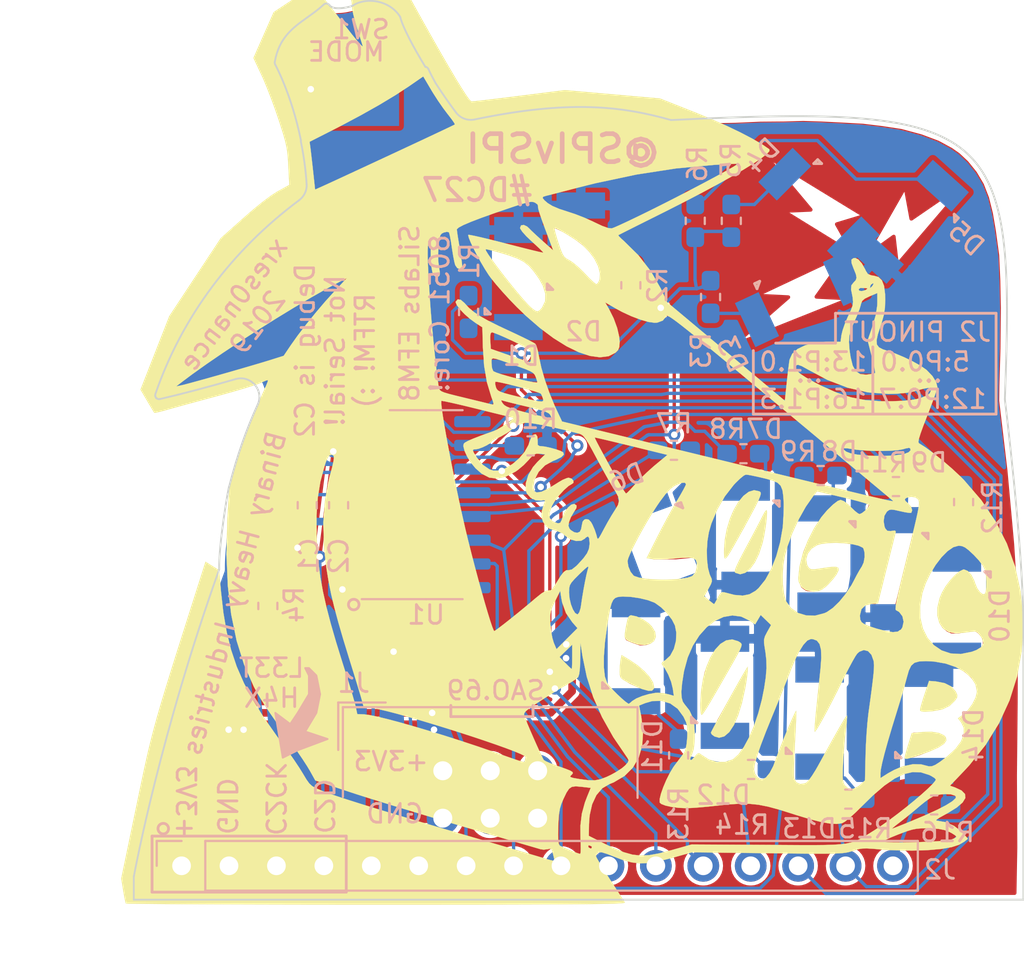
<source format=kicad_pcb>
(kicad_pcb (version 20171130) (host pcbnew "(5.1.2)-1")
  (title_block (title "SPIvSPI Black") (date 2019-07-03) (rev 0) (company "Binary Heavy Industries"))
  (layers (0 F.Cu signal hide) (31 B.Cu signal hide) (34 B.Paste user hide) (35 F.Paste user hide) (36 B.SilkS user hide) (37 F.SilkS user hide) (38 B.Mask user hide) (39 F.Mask user hide) (44 Edge.Cuts user))
  (net 0 "")
  (net 1 GND)
  (net 2 +3V3)
  (net 3 "Net-(D1-Pad1)")
  (net 4 "Net-(D2-Pad1)")
  (net 5 "Net-(D3-Pad1)")
  (net 6 "Net-(D4-Pad1)")
  (net 7 "Net-(D5-Pad1)")
  (net 8 "Net-(D6-Pad1)")
  (net 9 "Net-(D7-Pad1)")
  (net 10 "Net-(D8-Pad1)")
  (net 11 "Net-(D9-Pad1)")
  (net 12 "Net-(D10-Pad1)")
  (net 13 "Net-(D11-Pad1)")
  (net 14 "Net-(D12-Pad1)")
  (net 15 "Net-(D13-Pad1)")
  (net 16 "Net-(D14-Pad1)")
  (net 17 "Net-(J1-Pad6)")
  (net 18 "Net-(J1-Pad5)")
  (net 19 "Net-(J1-Pad4)")
  (net 20 "Net-(J1-Pad3)")
  (net 21 "Net-(J2-Pad16)")
  (net 22 "Net-(J2-Pad15)")
  (net 23 "Net-(J2-Pad14)")
  (net 24 "Net-(J2-Pad13)")
  (net 25 "Net-(J2-Pad12)")
  (net 26 "Net-(J2-Pad11)")
  (net 27 "Net-(J2-Pad10)")
  (net 28 "Net-(J2-Pad9)")
  (net 29 "Net-(J2-Pad8)")
  (net 30 "Net-(J2-Pad7)")
  (net 31 "Net-(J2-Pad6)")
  (net 32 "Net-(J2-Pad5)")
  (net 33 "Net-(J2-Pad4)")
  (net 34 "Net-(J2-Pad3)")
  (module SPIvSPI_SAO:SunLED_3.2x2.8mm_PLCC2_bottom (layer B.Cu) (at 163.01 107.31 90)
    (fp_text reference D14 (at -0.69 2.39 90) (layer B.SilkS) (effects (justify mirror)))
    (fp_text value GRN)
    (pad 2 smd rect (at 2.6 0 90) (size 1.4 2.6) (layers B.Cu B.Paste B.Mask) (net 2 +3V3))
    (pad 1 smd rect (at -2.6 0 90) (size 1.4 2.6) (layers B.Cu B.Paste B.Mask) (net 16 "Net-(D14-Pad1)"))
  )
  (module SPIvSPI_SAO:SunLED_3.2x2.8mm_PLCC2_bottom (layer B.Cu) (at 157.15 107.08 90)
    (fp_text reference D13 (at -5.92 -0.55) (layer B.SilkS) (effects (justify mirror)))
    (fp_text value GRN)
    (pad 2 smd rect (at 2.6 0 90) (size 1.4 2.6) (layers B.Cu B.Paste B.Mask) (net 2 +3V3))
    (pad 1 smd rect (at -2.6 0 90) (size 1.4 2.6) (layers B.Cu B.Paste B.Mask) (net 15 "Net-(D13-Pad1)"))
  )
  (module SPIvSPI_SAO:SunLED_3.2x2.8mm_PLCC2_bottom (layer B.Cu) (at 152.08 105.43 90)
    (fp_text reference D12 (at -5.77 -0.08) (layer B.SilkS) (effects (justify mirror)))
    (fp_text value GRN)
    (pad 2 smd rect (at 2.6 0 90) (size 1.4 2.6) (layers B.Cu B.Paste B.Mask) (net 2 +3V3))
    (pad 1 smd rect (at -2.6 0 90) (size 1.4 2.6) (layers B.Cu B.Paste B.Mask) (net 14 "Net-(D12-Pad1)"))
  )
  (module SPIvSPI_SAO:SunLED_3.2x2.8mm_PLCC2_bottom (layer B.Cu) (at 147.32 103.58 90)
    (fp_text reference D11 (at -5.02 0.88 90) (layer B.SilkS) (effects (justify mirror)))
    (fp_text value GRN)
    (pad 2 smd rect (at 2.6 0 90) (size 1.4 2.6) (layers B.Cu B.Paste B.Mask) (net 2 +3V3))
    (pad 1 smd rect (at -2.6 0 90) (size 1.4 2.6) (layers B.Cu B.Paste B.Mask) (net 13 "Net-(D11-Pad1)"))
  )
  (module SPIvSPI_SAO:SunLED_3.2x2.8mm_PLCC2_bottom (layer B.Cu) (at 164.5 101.14 270)
    (fp_text reference D10 (at 0.46 -2.3 90) (layer B.SilkS) (effects (justify mirror)))
    (fp_text value GRN)
    (pad 2 smd rect (at 2.6 0 270) (size 1.4 2.6) (layers B.Cu B.Paste B.Mask) (net 2 +3V3))
    (pad 1 smd rect (at -2.6 0 270) (size 1.4 2.6) (layers B.Cu B.Paste B.Mask) (net 12 "Net-(D10-Pad1)"))
  )
  (module SPIvSPI_SAO:SunLED_3.2x2.8mm_PLCC2_bottom (layer B.Cu) (at 161.16 99.08 270)
    (fp_text reference D9 (at -5.68 -1.84) (layer B.SilkS) (effects (justify mirror)))
    (fp_text value GRN)
    (pad 2 smd rect (at 2.6 0 270) (size 1.4 2.6) (layers B.Cu B.Paste B.Mask) (net 2 +3V3))
    (pad 1 smd rect (at -2.6 0 270) (size 1.4 2.6) (layers B.Cu B.Paste B.Mask) (net 11 "Net-(D9-Pad1)"))
  )
  (module SPIvSPI_SAO:SunLED_3.2x2.8mm_PLCC2_bottom (layer B.Cu) (at 157.26 98.45 270)
    (fp_text reference D8 (at -5.65 -0.94) (layer B.SilkS) (effects (justify mirror)))
    (fp_text value GRN)
    (pad 2 smd rect (at 2.6 0 270) (size 1.4 2.6) (layers B.Cu B.Paste B.Mask) (net 2 +3V3))
    (pad 1 smd rect (at -2.6 0 270) (size 1.4 2.6) (layers B.Cu B.Paste B.Mask) (net 10 "Net-(D8-Pad1)"))
  )
  (module SPIvSPI_SAO:SunLED_3.2x2.8mm_PLCC2_bottom (layer B.Cu) (at 153.19 97.34 270)
    (fp_text reference D7 (at -5.74 -1.01) (layer B.SilkS) (effects (justify mirror)))
    (fp_text value GRN)
    (pad 2 smd rect (at 2.6 0 270) (size 1.4 2.6) (layers B.Cu B.Paste B.Mask) (net 2 +3V3))
    (pad 1 smd rect (at -2.6 0 270) (size 1.4 2.6) (layers B.Cu B.Paste B.Mask) (net 9 "Net-(D7-Pad1)"))
  )
  (module SPIvSPI_SAO:SunLED_3.2x2.8mm_PLCC2_bottom (layer B.Cu) (at 148.679252 97.943201 290)
    (fp_text reference D6 (at -4.1602 0.485669 200) (layer B.SilkS) (effects (justify mirror)))
    (fp_text value GRN)
    (pad 2 smd rect (at 2.6 0 290) (size 1.4 2.6) (layers B.Cu B.Paste B.Mask) (net 2 +3V3))
    (pad 1 smd rect (at -2.6 0 290) (size 1.4 2.6) (layers B.Cu B.Paste B.Mask) (net 8 "Net-(D6-Pad1)"))
  )
  (module SPIvSPI_SAO:SunLED_3.2x2.8mm_PLCC2_bottom (layer B.Cu) (at 161.97072 80.501172 228)
    (fp_text reference D5 (at -1.359025 -2.852627 318) (layer B.SilkS) (effects (justify mirror)))
    (fp_text value YEL)
    (pad 2 smd rect (at 2.6 0 228) (size 1.4 2.6) (layers B.Cu B.Paste B.Mask) (net 2 +3V3))
    (pad 1 smd rect (at -2.6 0 228) (size 1.4 2.6) (layers B.Cu B.Paste B.Mask) (net 7 "Net-(D5-Pad1)"))
  )
  (module SPIvSPI_SAO:SunLED_3.2x2.8mm_PLCC2_bottom (layer B.Cu) (at 157.118478 79.788478 315)
    (fp_text reference D4 (at -4.15 0.15 225) (layer B.SilkS) (effects (justify mirror)))
    (fp_text value YEL)
    (pad 2 smd rect (at 2.6 0 315) (size 1.4 2.6) (layers B.Cu B.Paste B.Mask) (net 2 +3V3))
    (pad 1 smd rect (at -2.6 0 315) (size 1.4 2.6) (layers B.Cu B.Paste B.Mask) (net 6 "Net-(D4-Pad1)"))
  )
  (module SPIvSPI_SAO:SunLED_3.2x2.8mm_PLCC2_bottom (layer B.Cu) (at 156.153201 84.640748 25)
    (fp_text reference D3 (at -4.601965 1.119242 295) (layer B.SilkS) (effects (justify mirror)))
    (fp_text value YEL)
    (pad 2 smd rect (at 2.6 0 25) (size 1.4 2.6) (layers B.Cu B.Paste B.Mask) (net 2 +3V3))
    (pad 1 smd rect (at -2.6 0 25) (size 1.4 2.6) (layers B.Cu B.Paste B.Mask) (net 5 "Net-(D3-Pad1)"))
  )
  (module SPIvSPI_SAO:SunLED_3.2x2.8mm_PLCC2_bottom (layer B.Cu) (at 144.36 82.23 90)
    (fp_text reference D2 (at -4.15 0.15) (layer B.SilkS) (effects (justify mirror)))
    (fp_text value RED)
    (pad 2 smd rect (at 2.6 0 90) (size 1.4 2.6) (layers B.Cu B.Paste B.Mask) (net 2 +3V3))
    (pad 1 smd rect (at -2.6 0 90) (size 1.4 2.6) (layers B.Cu B.Paste B.Mask) (net 4 "Net-(D2-Pad1)"))
  )
  (module SPIvSPI_SAO:SunLED_3.2x2.8mm_PLCC2_bottom (layer B.Cu) (at 141.02 83.54 90)
    (fp_text reference D1 (at -4.15 0.15) (layer B.SilkS) (effects (justify mirror)))
    (fp_text value RED)
    (pad 2 smd rect (at 2.6 0 90) (size 1.4 2.6) (layers B.Cu B.Paste B.Mask) (net 2 +3V3))
    (pad 1 smd rect (at -2.6 0 90) (size 1.4 2.6) (layers B.Cu B.Paste B.Mask) (net 3 "Net-(D1-Pad1)"))
  )
  (module Connector_IDC:IDC-Header_2x03_P2.54mm_Vertical (layer B.Cu) (at 136.97 109.9 270)
    (fp_text reference J1 (at -4.7 4.77 180) (layer B.SilkS) (effects (justify mirror)))
    (fp_text value SAO.69)
    (pad 6 thru_hole oval (at 2.54 -5.08 270) (size 1.7272 1.7272) (drill 1.016) (layers *.Cu *.Mask) (net 17 "Net-(J1-Pad6)"))
    (pad 5 thru_hole oval (at 0 -5.08 270) (size 1.7272 1.7272) (drill 1.016) (layers *.Cu *.Mask) (net 18 "Net-(J1-Pad5)"))
    (pad 4 thru_hole oval (at 2.54 -2.54 270) (size 1.7272 1.7272) (drill 1.016) (layers *.Cu *.Mask) (net 19 "Net-(J1-Pad4)"))
    (pad 3 thru_hole oval (at 0 -2.54 270) (size 1.7272 1.7272) (drill 1.016) (layers *.Cu *.Mask) (net 20 "Net-(J1-Pad3)"))
    (pad 2 thru_hole oval (at 2.54 0 270) (size 1.7272 1.7272) (drill 1.016) (layers *.Cu *.Mask) (net 1 GND))
    (pad 1 thru_hole rect (at 0 0 270) (size 1.7272 1.7272) (drill 1.016) (layers *.Cu *.Mask) (net 2 +3V3))
  )
  (module SPIvSPI_SAO:C&K_PTS636_SMD_Tact_6.0x3.5_BACK (layer B.Cu) (at 132.63 77.37 90)
    (fp_text reference SW1 (at 7.17 -0.03 180) (layer B.SilkS) (effects (justify mirror)))
    (fp_text value MODE hide)
    (pad 2 smd rect (at 4 0 90) (size 4 4) (layers B.Cu B.Paste B.Mask) (net 1 GND))
    (pad 1 smd rect (at -4 0 90) (size 4 4) (layers B.Cu B.Paste B.Mask) (net 23 "Net-(J2-Pad14)"))
  )
  (module Resistor_SMD:R_0603_1608Metric_Pad1.05x0.95mm_HandSolder (layer B.Cu) (at 147.04 83.9 90)
    (fp_text reference R2 (at 0 1.43 90) (layer B.SilkS) (effects (justify mirror)))
    (fp_text value 330)
    (pad 2 smd roundrect (at 0.875 0 90) (size 1.05 0.95) (layers B.Cu B.Paste B.Mask) (net 25 "Net-(J2-Pad12)"))
    (pad 1 smd roundrect (at -0.875 0 90) (size 1.05 0.95) (layers B.Cu B.Paste B.Mask) (net 4 "Net-(D2-Pad1)"))
  )
  (module SPIvSPI_SAO:SPIvSPI_SAO_Black_Silk (layer F.Cu) (at 143.9 92.43)
    (fp_text reference G*** hide)
    (fp_text value LOGO hide)
  )
  (module SPIvSPI_SAO:SPIvSPI_SAO_Black_Mask_Knockout (layer F.Cu) (at 152.6 94.06)
    (fp_text reference G*** hide)
    (fp_text value LOGO hide)
  )
  (module Package_SO:SOIC-16_3.9x9.9mm_P1.27mm (layer B.Cu) (at 136.08 95.65)
    (fp_text reference U1 (at 0 5.9) (layer B.SilkS) (effects (justify mirror)))
    (fp_text value EFM8BB10F8G-A-SOIC16)
    (pad 16 smd roundrect (at 2.475 4.445) (size 1.95 0.6) (layers B.Cu B.Paste B.Mask) (net 29 "Net-(J2-Pad8)"))
    (pad 15 smd roundrect (at 2.475 3.175) (size 1.95 0.6) (layers B.Cu B.Paste B.Mask) (net 28 "Net-(J2-Pad9)"))
    (pad 14 smd roundrect (at 2.475 1.905) (size 1.95 0.6) (layers B.Cu B.Paste B.Mask) (net 27 "Net-(J2-Pad10)"))
    (pad 13 smd roundrect (at 2.475 0.635) (size 1.95 0.6) (layers B.Cu B.Paste B.Mask) (net 26 "Net-(J2-Pad11)"))
    (pad 12 smd roundrect (at 2.475 -0.635) (size 1.95 0.6) (layers B.Cu B.Paste B.Mask) (net 25 "Net-(J2-Pad12)"))
    (pad 11 smd roundrect (at 2.475 -1.905) (size 1.95 0.6) (layers B.Cu B.Paste B.Mask) (net 24 "Net-(J2-Pad13)"))
    (pad 10 smd roundrect (at 2.475 -3.175) (size 1.95 0.6) (layers B.Cu B.Paste B.Mask) (net 23 "Net-(J2-Pad14)"))
    (pad 9 smd roundrect (at 2.475 -4.445) (size 1.95 0.6) (layers B.Cu B.Paste B.Mask) (net 22 "Net-(J2-Pad15)"))
    (pad 8 smd roundrect (at -2.475 -4.445) (size 1.95 0.6) (layers B.Cu B.Paste B.Mask) (net 21 "Net-(J2-Pad16)"))
    (pad 7 smd roundrect (at -2.475 -3.175) (size 1.95 0.6) (layers B.Cu B.Paste B.Mask) (net 33 "Net-(J2-Pad4)"))
    (pad 6 smd roundrect (at -2.475 -1.905) (size 1.95 0.6) (layers B.Cu B.Paste B.Mask) (net 34 "Net-(J2-Pad3)"))
    (pad 5 smd roundrect (at -2.475 -0.635) (size 1.95 0.6) (layers B.Cu B.Paste B.Mask) (net 2 +3V3))
    (pad 4 smd roundrect (at -2.475 0.635) (size 1.95 0.6) (layers B.Cu B.Paste B.Mask) (net 1 GND))
    (pad 3 smd roundrect (at -2.475 1.905) (size 1.95 0.6) (layers B.Cu B.Paste B.Mask) (net 32 "Net-(J2-Pad5)"))
    (pad 2 smd roundrect (at -2.475 3.175) (size 1.95 0.6) (layers B.Cu B.Paste B.Mask) (net 31 "Net-(J2-Pad6)"))
    (pad 1 smd roundrect (at -2.475 4.445) (size 1.95 0.6) (layers B.Cu B.Paste B.Mask) (net 30 "Net-(J2-Pad7)"))
  )
  (module Resistor_SMD:R_0603_1608Metric_Pad1.05x0.95mm_HandSolder (layer B.Cu) (at 163.285 111.73 180)
    (fp_text reference R16 (at -0.715 -1.47) (layer B.SilkS) (effects (justify mirror)))
    (fp_text value 330)
    (pad 2 smd roundrect (at 0.875 0 180) (size 1.05 0.95) (layers B.Cu B.Paste B.Mask) (net 21 "Net-(J2-Pad16)"))
    (pad 1 smd roundrect (at -0.875 0 180) (size 1.05 0.95) (layers B.Cu B.Paste B.Mask) (net 16 "Net-(D14-Pad1)"))
  )
  (module Resistor_SMD:R_0603_1608Metric_Pad1.05x0.95mm_HandSolder (layer B.Cu) (at 158.69 111.42 180)
    (fp_text reference R15 (at -0.91 -1.58) (layer B.SilkS) (effects (justify mirror)))
    (fp_text value 330)
    (pad 2 smd roundrect (at 0.875 0 180) (size 1.05 0.95) (layers B.Cu B.Paste B.Mask) (net 22 "Net-(J2-Pad15)"))
    (pad 1 smd roundrect (at -0.875 0 180) (size 1.05 0.95) (layers B.Cu B.Paste B.Mask) (net 15 "Net-(D13-Pad1)"))
  )
  (module Resistor_SMD:R_0603_1608Metric_Pad1.05x0.95mm_HandSolder (layer B.Cu) (at 153.48 109.83 180)
    (fp_text reference R14 (at 0.48 -2.97) (layer B.SilkS) (effects (justify mirror)))
    (fp_text value 330)
    (pad 2 smd roundrect (at 0.875 0 180) (size 1.05 0.95) (layers B.Cu B.Paste B.Mask) (net 24 "Net-(J2-Pad13)"))
    (pad 1 smd roundrect (at -0.875 0 180) (size 1.05 0.95) (layers B.Cu B.Paste B.Mask) (net 14 "Net-(D12-Pad1)"))
  )
  (module Resistor_SMD:R_0603_1608Metric_Pad1.05x0.95mm_HandSolder (layer B.Cu) (at 149.6 109.075 270)
    (fp_text reference R13 (at 3.125 0 90) (layer B.SilkS) (effects (justify mirror)))
    (fp_text value 330)
    (pad 2 smd roundrect (at 0.875 0 270) (size 1.05 0.95) (layers B.Cu B.Paste B.Mask) (net 32 "Net-(J2-Pad5)"))
    (pad 1 smd roundrect (at -0.875 0 270) (size 1.05 0.95) (layers B.Cu B.Paste B.Mask) (net 13 "Net-(D11-Pad1)"))
  )
  (module Resistor_SMD:R_0603_1608Metric_Pad1.05x0.95mm_HandSolder (layer B.Cu) (at 164.86 95.51 90)
    (fp_text reference R12 (at -0.29 1.54 90) (layer B.SilkS) (effects (justify mirror)))
    (fp_text value 330)
    (pad 2 smd roundrect (at 0.875 0 90) (size 1.05 0.95) (layers B.Cu B.Paste B.Mask) (net 31 "Net-(J2-Pad6)"))
    (pad 1 smd roundrect (at -0.875 0 90) (size 1.05 0.95) (layers B.Cu B.Paste B.Mask) (net 12 "Net-(D10-Pad1)"))
  )
  (module Resistor_SMD:R_0603_1608Metric_Pad1.05x0.95mm_HandSolder (layer B.Cu) (at 161.24 94.68 180)
    (fp_text reference R11 (at 0.84 1.28) (layer B.SilkS) (effects (justify mirror)))
    (fp_text value 330)
    (pad 2 smd roundrect (at 0.875 0 180) (size 1.05 0.95) (layers B.Cu B.Paste B.Mask) (net 30 "Net-(J2-Pad7)"))
    (pad 1 smd roundrect (at -0.875 0 180) (size 1.05 0.95) (layers B.Cu B.Paste B.Mask) (net 11 "Net-(D9-Pad1)"))
  )
  (module Resistor_SMD:R_0603_1608Metric_Pad1.05x0.95mm_HandSolder (layer B.Cu) (at 141.675 92.5 180)
    (fp_text reference R10 (at 0 1.43) (layer B.SilkS) (effects (justify mirror)))
    (fp_text value DNP)
    (pad 2 smd roundrect (at 0.875 0 180) (size 1.05 0.95) (layers B.Cu B.Paste B.Mask) (net 23 "Net-(J2-Pad14)"))
    (pad 1 smd roundrect (at -0.875 0 180) (size 1.05 0.95) (layers B.Cu B.Paste B.Mask) (net 2 +3V3))
  )
  (module Resistor_SMD:R_0603_1608Metric_Pad1.05x0.95mm_HandSolder (layer B.Cu) (at 157.205 94.09 180)
    (fp_text reference R9 (at 1.205 1.29) (layer B.SilkS) (effects (justify mirror)))
    (fp_text value 330)
    (pad 2 smd roundrect (at 0.875 0 180) (size 1.05 0.95) (layers B.Cu B.Paste B.Mask) (net 29 "Net-(J2-Pad8)"))
    (pad 1 smd roundrect (at -0.875 0 180) (size 1.05 0.95) (layers B.Cu B.Paste B.Mask) (net 10 "Net-(D8-Pad1)"))
  )
  (module Resistor_SMD:R_0603_1608Metric_Pad1.05x0.95mm_HandSolder (layer B.Cu) (at 153.07 92.92 180)
    (fp_text reference R8 (at 0.87 1.32) (layer B.SilkS) (effects (justify mirror)))
    (fp_text value 330)
    (pad 2 smd roundrect (at 0.875 0 180) (size 1.05 0.95) (layers B.Cu B.Paste B.Mask) (net 28 "Net-(J2-Pad9)"))
    (pad 1 smd roundrect (at -0.875 0 180) (size 1.05 0.95) (layers B.Cu B.Paste B.Mask) (net 9 "Net-(D7-Pad1)"))
  )
  (module Resistor_SMD:R_0603_1608Metric_Pad1.05x0.95mm_HandSolder (layer B.Cu) (at 149.3467 92.7391 180)
    (fp_text reference R7 (at 0 1.43) (layer B.SilkS) (effects (justify mirror)))
    (fp_text value 330)
    (pad 2 smd roundrect (at 0.875 0 180) (size 1.05 0.95) (layers B.Cu B.Paste B.Mask) (net 27 "Net-(J2-Pad10)"))
    (pad 1 smd roundrect (at -0.875 0 180) (size 1.05 0.95) (layers B.Cu B.Paste B.Mask) (net 8 "Net-(D6-Pad1)"))
  )
  (module Resistor_SMD:R_0603_1608Metric_Pad1.05x0.95mm_HandSolder (layer B.Cu) (at 150.49 80.45 270)
    (fp_text reference R6 (at -3.05 -0.11 90) (layer B.SilkS) (effects (justify mirror)))
    (fp_text value 220)
    (pad 2 smd roundrect (at 0.875 0 270) (size 1.05 0.95) (layers B.Cu B.Paste B.Mask) (net 26 "Net-(J2-Pad11)"))
    (pad 1 smd roundrect (at -0.875 0 270) (size 1.05 0.95) (layers B.Cu B.Paste B.Mask) (net 7 "Net-(D5-Pad1)"))
  )
  (module Resistor_SMD:R_0603_1608Metric_Pad1.05x0.95mm_HandSolder (layer B.Cu) (at 152.42 80.45 270)
    (fp_text reference R5 (at -3.25 0.02 90) (layer B.SilkS) (effects (justify mirror)))
    (fp_text value 220)
    (pad 2 smd roundrect (at 0.875 0 270) (size 1.05 0.95) (layers B.Cu B.Paste B.Mask) (net 26 "Net-(J2-Pad11)"))
    (pad 1 smd roundrect (at -0.875 0 270) (size 1.05 0.95) (layers B.Cu B.Paste B.Mask) (net 6 "Net-(D4-Pad1)"))
  )
  (module Resistor_SMD:R_0603_1608Metric_Pad1.05x0.95mm_HandSolder (layer B.Cu) (at 127.6 101.075 90)
    (fp_text reference R4 (at 0.075 1.4 90) (layer B.SilkS) (effects (justify mirror)))
    (fp_text value 1K)
    (pad 2 smd roundrect (at 0.875 0 90) (size 1.05 0.95) (layers B.Cu B.Paste B.Mask) (net 34 "Net-(J2-Pad3)"))
    (pad 1 smd roundrect (at -0.875 0 90) (size 1.05 0.95) (layers B.Cu B.Paste B.Mask) (net 2 +3V3))
  )
  (module Resistor_SMD:R_0603_1608Metric_Pad1.05x0.95mm_HandSolder (layer B.Cu) (at 151.31 84.53 90)
    (fp_text reference R3 (at -2.87 -0.51 90) (layer B.SilkS) (effects (justify mirror)))
    (fp_text value 220)
    (pad 2 smd roundrect (at 0.875 0 90) (size 1.05 0.95) (layers B.Cu B.Paste B.Mask) (net 26 "Net-(J2-Pad11)"))
    (pad 1 smd roundrect (at -0.875 0 90) (size 1.05 0.95) (layers B.Cu B.Paste B.Mask) (net 5 "Net-(D3-Pad1)"))
  )
  (module Resistor_SMD:R_0603_1608Metric_Pad1.05x0.95mm_HandSolder (layer B.Cu) (at 138.35 85.33 90)
    (fp_text reference R1 (at 2.73 0.05 90) (layer B.SilkS) (effects (justify mirror)))
    (fp_text value 330)
    (pad 2 smd roundrect (at 0.875 0 90) (size 1.05 0.95) (layers B.Cu B.Paste B.Mask) (net 25 "Net-(J2-Pad12)"))
    (pad 1 smd roundrect (at -0.875 0 90) (size 1.05 0.95) (layers B.Cu B.Paste B.Mask) (net 3 "Net-(D1-Pad1)"))
  )
  (module Connector_PinHeader_2.54mm:PinHeader_1x16_P2.54mm_Vertical (layer B.Cu) (at 122.98 114.99 270)
    (fp_text reference J2 (at 0.21 -40.62 180) (layer B.SilkS) (effects (justify mirror)))
    (fp_text value PROG/BREAKOUT)
    (pad 16 thru_hole oval (at 0 -38.1 270) (size 1.7 1.7) (drill 1) (layers *.Cu *.Mask) (net 21 "Net-(J2-Pad16)"))
    (pad 15 thru_hole oval (at 0 -35.56 270) (size 1.7 1.7) (drill 1) (layers *.Cu *.Mask) (net 22 "Net-(J2-Pad15)"))
    (pad 14 thru_hole oval (at 0 -33.02 270) (size 1.7 1.7) (drill 1) (layers *.Cu *.Mask) (net 23 "Net-(J2-Pad14)"))
    (pad 13 thru_hole oval (at 0 -30.48 270) (size 1.7 1.7) (drill 1) (layers *.Cu *.Mask) (net 24 "Net-(J2-Pad13)"))
    (pad 12 thru_hole oval (at 0 -27.94 270) (size 1.7 1.7) (drill 1) (layers *.Cu *.Mask) (net 25 "Net-(J2-Pad12)"))
    (pad 11 thru_hole oval (at 0 -25.4 270) (size 1.7 1.7) (drill 1) (layers *.Cu *.Mask) (net 26 "Net-(J2-Pad11)"))
    (pad 10 thru_hole oval (at 0 -22.86 270) (size 1.7 1.7) (drill 1) (layers *.Cu *.Mask) (net 27 "Net-(J2-Pad10)"))
    (pad 9 thru_hole oval (at 0 -20.32 270) (size 1.7 1.7) (drill 1) (layers *.Cu *.Mask) (net 28 "Net-(J2-Pad9)"))
    (pad 8 thru_hole oval (at 0 -17.78 270) (size 1.7 1.7) (drill 1) (layers *.Cu *.Mask) (net 29 "Net-(J2-Pad8)"))
    (pad 7 thru_hole oval (at 0 -15.24 270) (size 1.7 1.7) (drill 1) (layers *.Cu *.Mask) (net 30 "Net-(J2-Pad7)"))
    (pad 6 thru_hole oval (at 0 -12.7 270) (size 1.7 1.7) (drill 1) (layers *.Cu *.Mask) (net 31 "Net-(J2-Pad6)"))
    (pad 5 thru_hole oval (at 0 -10.16 270) (size 1.7 1.7) (drill 1) (layers *.Cu *.Mask) (net 32 "Net-(J2-Pad5)"))
    (pad 4 thru_hole oval (at 0 -7.62 270) (size 1.7 1.7) (drill 1) (layers *.Cu *.Mask) (net 33 "Net-(J2-Pad4)"))
    (pad 3 thru_hole oval (at 0 -5.08 270) (size 1.7 1.7) (drill 1) (layers *.Cu *.Mask) (net 34 "Net-(J2-Pad3)"))
    (pad 2 thru_hole oval (at 0 -2.54 270) (size 1.7 1.7) (drill 1) (layers *.Cu *.Mask) (net 1 GND))
    (pad 1 thru_hole rect (at 0 0 270) (size 1.7 1.7) (drill 1) (layers *.Cu *.Mask) (net 2 +3V3))
  )
  (module Capacitor_SMD:C_0603_1608Metric_Pad1.05x0.95mm_HandSolder (layer B.Cu) (at 131.39 95.68 270)
    (fp_text reference C2 (at 2.72 -0.01 90) (layer B.SilkS) (effects (justify mirror)))
    (fp_text value 10uF)
    (pad 2 smd roundrect (at 0.875 0 270) (size 1.05 0.95) (layers B.Cu B.Paste B.Mask) (net 1 GND))
    (pad 1 smd roundrect (at -0.875 0 270) (size 1.05 0.95) (layers B.Cu B.Paste B.Mask) (net 2 +3V3))
  )
  (module Capacitor_SMD:C_0603_1608Metric_Pad1.05x0.95mm_HandSolder (layer B.Cu) (at 129.71 95.68 270)
    (fp_text reference C1 (at 2.72 -0.09 90) (layer B.SilkS) (effects (justify mirror)))
    (fp_text value 0.1uF)
    (pad 2 smd roundrect (at 0.875 0 270) (size 1.05 0.95) (layers B.Cu B.Paste B.Mask) (net 1 GND))
    (pad 1 smd roundrect (at -0.875 0 270) (size 1.05 0.95) (layers B.Cu B.Paste B.Mask) (net 2 +3V3))
  )
  (gr_line (start 160 87.2) (end 160 90.8) (layer B.SilkS) (width 0.15))
  (gr_text GND (at 134.4 112.2) (layer B.SilkS) (effects (font (size 1 1)) (justify mirror)))
  (gr_text +3V3 (at 134.2 109.4) (layer B.SilkS) (effects (font (size 1 1)) (justify mirror)))
  (gr_line (start 137.4 107) (end 137.4 106.4) (layer B.SilkS) (width 0.15))
  (gr_line (start 141.8 107) (end 137.4 107) (layer B.SilkS) (width 0.15))
  (gr_line (start 141.8 106.4) (end 141.8 107) (layer B.SilkS) (width 0.15))
  (gr_line (start 131.8 116.4) (end 131.8 113.4) (layer B.SilkS) (width 0.15))
  (gr_line (start 121.4 116.4) (end 131.8 116.4) (layer B.SilkS) (width 0.15))
  (gr_line (start 121.4 113.4) (end 121.4 116.4) (layer B.SilkS) (width 0.15))
  (gr_line (start 131.8 113.4) (end 121.4 113.4) (layer B.SilkS) (width 0.15))
  (gr_text "Binary Heavy Industries" (at 125.8 100.4 75) (layer B.SilkS) (effects (font (size 1 1)) (justify mirror)))
  (gr_text "xres0nance\n2019" (at 126.4 85.4 53) (layer B.SilkS) (effects (font (size 1 1)) (justify mirror)))
  (gr_text "#DC27" (at 138.8 78.8) (layer B.SilkS) (effects (font (size 1.2 1.2) (thickness 0.2)) (justify mirror)))
  (gr_text @SPIvSPI (at 143.4 76.6) (layer B.SilkS) (effects (font (size 1.5 1.5) (thickness 0.25)) (justify mirror)))
  (gr_text "Debug is C2\nNot Serial!\nRTFM! :)" (at 131.2 87.4 90) (layer B.SilkS) (effects (font (size 1 1)) (justify mirror)))
  (gr_line (start 166.6 90.8) (end 166.6 85.4) (layer B.SilkS) (width 0.15))
  (gr_line (start 153.6 90.8) (end 166.6 90.8) (layer B.SilkS) (width 0.15))
  (gr_line (start 153.6 87.4) (end 153.6 90.8) (layer B.SilkS) (width 0.15))
  (gr_line (start 158 87) (end 154.8 87) (layer B.SilkS) (width 0.15))
  (gr_line (start 158 85.4) (end 158 87) (layer B.SilkS) (width 0.15))
  (gr_line (start 166.6 85.4) (end 158 85.4) (layer B.SilkS) (width 0.15))
  (gr_text "J2 PINOUT" (at 162.4 86.4) (layer B.SilkS) (effects (font (size 1 1)) (justify mirror)))
  (gr_circle (center 132.2 101) (end 132 101.2) (layer B.SilkS) (width 0.15))
  (gr_circle (center 122 113) (end 121.8 113.2) (layer B.SilkS) (width 0.15))
  (gr_text ... (at 156.6 88.6) (layer B.SilkS) (effects (font (size 1 1)) (justify mirror)))
  (gr_text 16:P1.3 (at 156.8 90) (layer B.SilkS) (effects (font (size 1 1)) (justify mirror)))
  (gr_text 13:P1.0 (at 156.8 88) (layer B.SilkS) (effects (font (size 1 1)) (justify mirror)))
  (gr_text ... (at 163 88.6) (layer B.SilkS) (effects (font (size 1 1)) (justify mirror)))
  (gr_text 12:P0.7 (at 163.2 90) (layer B.SilkS) (effects (font (size 1 1)) (justify mirror)))
  (gr_text 5:P0.0 (at 162.8 88) (layer B.SilkS) (effects (font (size 1 1)) (justify mirror)))
  (gr_text MODE (at 131.8 71.4) (layer B.SilkS) (effects (font (size 1 1)) (justify mirror)))
  (gr_text "SiLabs EFM8\n8051 Core!" (at 136 85.4 90) (layer B.SilkS) (effects (font (size 1 1)) (justify mirror)))
  (gr_text SAO.69 (at 139.8 105.6) (layer B.SilkS) (effects (font (size 1 1)) (justify mirror)))
  (gr_text "L33T\nH4X" (at 127.8 105.2) (layer B.SilkS) (effects (font (size 1 1)) (justify mirror)))
  (gr_poly (pts (xy 129.2 108.8) (xy 130.8 108.2) (xy 129.6 107.8) (xy 130.2 106.8) (xy 130.4 105.8) (xy 130.2 104.8) (xy 129.8 104.4) (xy 129.6 104.4) (xy 129.8 104.8) (xy 129.8 105.8) (xy 129.2 106.8) (xy 128.8 107.4) (xy 128 106.8) (xy 128.4 109.2)) (layer B.SilkS) (width 0.1))
  (gr_text C2D (at 130.6 111.8 -90) (layer B.SilkS) (effects (font (size 1 1)) (justify mirror)))
  (gr_text C2CK (at 128 111.4 -90) (layer B.SilkS) (effects (font (size 1 1)) (justify mirror)))
  (gr_text +3V3 (at 123.2 111.6 -90) (layer B.SilkS) (effects (font (size 1 1)) (justify mirror)))
  (gr_text GND (at 125.4 111.8 -90) (layer B.SilkS) (effects (font (size 1 1)) (justify mirror)))
  (gr_curve (pts (xy 167.069799 90.00774) (xy 167.627215 75.445106) (xy 166.79109 74.190919) (xy 149.196923 75.053183)) (layer Edge.Cuts) (width 0.1))
  (gr_curve (pts (xy 134.67309 69.502984) (xy 134.410358 69.096032) (xy 133.984609 68.814503) (xy 133.475294 68.710526)) (layer Edge.Cuts) (width 0.1))
  (gr_curve (pts (xy 136.033579 72.201118) (xy 135.390251 71.14511) (xy 134.838648 70.108761) (xy 134.695138 69.553627)) (layer Edge.Cuts) (width 0.1))
  (gr_curve (pts (xy 136.056877 72.201097) (xy 136.049104 72.199331) (xy 136.041417 72.201979) (xy 136.033579 72.201118)) (layer Edge.Cuts) (width 0.1))
  (gr_curve (pts (xy 132.14777 68.925349) (xy 132.070406 68.977198) (xy 131.126945 69.229357) (xy 130.900086 68.900523)) (layer Edge.Cuts) (width 0.1))
  (gr_curve (pts (xy 136.195886 72.314785) (xy 136.169531 72.257424) (xy 136.118199 72.215566) (xy 136.056877 72.201097)) (layer Edge.Cuts) (width 0.1))
  (gr_curve (pts (xy 134.695138 69.553627) (xy 134.687516 69.536121) (xy 134.680712 69.520489) (xy 134.67309 69.502984)) (layer Edge.Cuts) (width 0.1))
  (gr_curve (pts (xy 129.725653 69.546995) (xy 128.938965 70.109062) (xy 128.19603 70.639952) (xy 127.971065 71.944437)) (layer Edge.Cuts) (width 0.1))
  (gr_curve (pts (xy 138.672566 75.021553) (xy 138.298751 75.099305) (xy 137.912642 74.955859) (xy 137.681627 74.651851)) (layer Edge.Cuts) (width 0.1))
  (gr_curve (pts (xy 137.681627 74.651851) (xy 137.355441 74.222592) (xy 136.973208 73.673164) (xy 136.590867 73.085711)) (layer Edge.Cuts) (width 0.1))
  (gr_curve (pts (xy 168.060823 101.938321) (xy 168.028999 97.735692) (xy 167.069906 90.011357) (xy 167.069799 90.00774)) (layer Edge.Cuts) (width 0.1))
  (gr_curve (pts (xy 130.593989 68.866933) (xy 130.313903 69.126693) (xy 130.014868 69.340461) (xy 129.725653 69.546995)) (layer Edge.Cuts) (width 0.1))
  (gr_curve (pts (xy 130.900086 68.900523) (xy 130.866496 68.851947) (xy 130.813441 68.820252) (xy 130.754703 68.813879)) (layer Edge.Cuts) (width 0.1))
  (gr_curve (pts (xy 130.754703 68.813879) (xy 130.695964 68.806816) (xy 130.637225 68.826625) (xy 130.593989 68.866933)) (layer Edge.Cuts) (width 0.1))
  (gr_curve (pts (xy 136.590867 73.085711) (xy 136.456077 72.844834) (xy 136.322601 72.592115) (xy 136.195886 72.314785)) (layer Edge.Cuts) (width 0.1))
  (gr_curve (pts (xy 149.196923 75.053183) (xy 146.516208 74.299246) (xy 143.73466 73.968883) (xy 138.672566 75.021553)) (layer Edge.Cuts) (width 0.1))
  (gr_curve (pts (xy 133.475294 68.710526) (xy 132.991818 68.612125) (xy 132.495229 68.692482) (xy 132.14777 68.925349)) (layer Edge.Cuts) (width 0.1))
  (gr_curve (pts (xy 121.572705 89.843215) (xy 121.580026 89.87364) (xy 121.593892 89.901588) (xy 121.614326 89.925962)) (layer Edge.Cuts) (width 0.1))
  (gr_curve (pts (xy 127.993803 72.078279) (xy 128.005861 72.099768) (xy 128.874413 73.689292) (xy 129.370377 76.128914)) (layer Edge.Cuts) (width 0.1))
  (gr_curve (pts (xy 121.576279 89.730087) (xy 121.565341 89.761976) (xy 121.565255 89.794639) (xy 121.5701 89.826356)) (layer Edge.Cuts) (width 0.1))
  (gr_curve (pts (xy 129.370377 76.128914) (xy 129.365253 76.154946) (xy 129.363465 76.181754) (xy 129.369085 76.208948)) (layer Edge.Cuts) (width 0.1))
  (gr_curve (pts (xy 121.815197 89.99467) (xy 123.050048 89.707801) (xy 124.415124 89.347186) (xy 125.872163 88.925183)) (layer Edge.Cuts) (width 0.1))
  (gr_curve (pts (xy 121.769032 90.00001) (xy 121.784363 90.00001) (xy 121.799866 89.998288) (xy 121.815197 89.99467)) (layer Edge.Cuts) (width 0.1))
  (gr_curve (pts (xy 121.664754 89.966679) (xy 121.696664 89.986208) (xy 121.731481 90.00001) (xy 121.769032 90.00001)) (layer Edge.Cuts) (width 0.1))
  (gr_curve (pts (xy 121.651038 89.962286) (xy 121.65515 89.965215) (xy 121.66049 89.964095) (xy 121.664754 89.966679)) (layer Edge.Cuts) (width 0.1))
  (gr_curve (pts (xy 121.5701 89.826356) (xy 121.570961 89.832191) (xy 121.571327 89.837488) (xy 121.572705 89.843215)) (layer Edge.Cuts) (width 0.1))
  (gr_curve (pts (xy 129.678584 78.502391) (xy 129.698953 78.835059) (xy 129.537421 79.150048) (xy 129.270211 79.349239)) (layer Edge.Cuts) (width 0.1))
  (gr_curve (pts (xy 121.630023 89.941487) (xy 121.637171 89.948355) (xy 121.642791 89.956408) (xy 121.651038 89.962286)) (layer Edge.Cuts) (width 0.1))
  (gr_curve (pts (xy 121.61762 89.932486) (xy 121.62113 89.936383) (xy 121.626255 89.937891) (xy 121.630023 89.941487)) (layer Edge.Cuts) (width 0.1))
  (gr_curve (pts (xy 121.614326 89.925962) (xy 121.615941 89.9279) (xy 121.615919 89.930613) (xy 121.61762 89.932486)) (layer Edge.Cuts) (width 0.1))
  (gr_curve (pts (xy 127.971065 71.944437) (xy 127.963142 71.990429) (xy 127.971065 72.037627) (xy 127.993803 72.078279)) (layer Edge.Cuts) (width 0.1))
  (gr_curve (pts (xy 129.270211 79.349239) (xy 125.680744 82.02526) (xy 122.995572 85.592527) (xy 121.576279 89.730087)) (layer Edge.Cuts) (width 0.1))
  (gr_curve (pts (xy 129.369085 76.208948) (xy 129.530143 76.987368) (xy 129.632893 77.75571) (xy 129.678584 78.502391)) (layer Edge.Cuts) (width 0.1))
  (gr_curve (pts (xy 127.05607 90.299497) (xy 126.470511 91.574871) (xy 125.955275 93.015545) (xy 125.53 94.68)) (layer Edge.Cuts) (width 0.1))
  (gr_curve (pts (xy 168.062331 101.938192) (xy 168.062331 101.938192) (xy 168.060823 101.938321) (xy 168.060823 101.938321)) (layer Edge.Cuts) (width 0.1))
  (gr_curve (pts (xy 168.062331 116.803499) (xy 168.062331 116.803499) (xy 168.062331 101.938192) (xy 168.062331 101.938192)) (layer Edge.Cuts) (width 0.1))
  (gr_curve (pts (xy 120.421849 116.803499) (xy 120.421849 116.803499) (xy 168.062331 116.803499) (xy 168.062331 116.803499)) (layer Edge.Cuts) (width 0.1))
  (gr_curve (pts (xy 125.872163 88.925183) (xy 126.691686 88.687816) (xy 127.412077 89.524113) (xy 127.05607 90.299497)) (layer Edge.Cuts) (width 0.1))
  (gr_curve (pts (xy 120.421849 115.550259) (xy 120.421849 115.550259) (xy 120.421849 116.803499) (xy 120.421849 116.803499)) (layer Edge.Cuts) (width 0.1))
  (gr_curve (pts (xy 120.429407 115.535338) (xy 120.429407 115.535338) (xy 120.421849 115.550259) (xy 120.421849 115.550259)) (layer Edge.Cuts) (width 0.1))
  (gr_curve (pts (xy 124.997216 99.112137) (xy 121.872407 107.855402) (xy 120.510496 115.09598) (xy 120.429407 115.535338)) (layer Edge.Cuts) (width 0.1))
  (gr_curve (pts (xy 125.53 94.68) (xy 125.499791 94.618096) (xy 124.953248 97.851684) (xy 124.997216 99.112137)) (layer Edge.Cuts) (width 0.1))
  (segment (start 133.605 96.285) (end 132.435 96.285) (width 0.4064) (layer B.Cu) (net 1))
  (segment (start 132.165 96.555) (end 131.39 96.555) (width 0.4064) (layer B.Cu) (net 1))
  (segment (start 132.435 96.285) (end 132.165 96.555) (width 0.4064) (layer B.Cu) (net 1))
  (segment (start 131.39 96.555) (end 129.71 96.555) (width 0.4064) (layer B.Cu) (net 1))
  (via (at 129.19 97.96) (size 0.65) (drill 0.35) (layers F.Cu B.Cu) (net 1))
  (segment (start 129.71 96.555) (end 129.71 97.44) (width 0.4064) (layer B.Cu) (net 1))
  (segment (start 129.71 97.44) (end 129.19 97.96) (width 0.4064) (layer B.Cu) (net 1))
  (via (at 129.9 73.4) (size 0.65) (drill 0.35) (layers F.Cu B.Cu) (net 1))
  (segment (start 132.63 73.37) (end 129.93 73.37) (width 0.4064) (layer B.Cu) (net 1))
  (segment (start 129.93 73.37) (end 129.9 73.4) (width 0.4064) (layer B.Cu) (net 1))
  (segment (start 133.605 95.015) (end 134.4916 95.0475) (width 0.178) (layer B.Cu) (net 2))
  (segment (start 134.4916 95.0475) (end 134.5806 95.0475) (width 0.178) (layer B.Cu) (net 2))
  (segment (start 134.5806 95.0475) (end 134.8475 95.0475) (width 0.178) (layer B.Cu) (net 2))
  (segment (start 153.19 99.94) (end 154.401 99.329) (width 0.178) (layer B.Cu) (net 2))
  (segment (start 154.401 99.329) (end 154.49 99.329) (width 0.178) (layer B.Cu) (net 2))
  (segment (start 154.49 99.329) (end 154.5269 99.329) (width 0.178) (layer B.Cu) (net 2))
  (segment (start 154.5269 99.329) (end 154.7657 99.1179) (width 0.178) (layer B.Cu) (net 2))
  (segment (start 154.7657 99.1179) (end 154.8181 99.0655) (width 0.178) (layer B.Cu) (net 2))
  (segment (start 154.8181 99.0655) (end 155.1594 94.8184) (width 0.178) (layer B.Cu) (net 2))
  (segment (start 155.1594 94.8184) (end 155.4519 93.6637) (width 0.178) (layer B.Cu) (net 2))
  (segment (start 155.4519 93.6637) (end 155.4573 93.6436) (width 0.178) (layer B.Cu) (net 2))
  (segment (start 155.4573 93.6436) (end 155.4627 93.6236) (width 0.178) (layer B.Cu) (net 2))
  (segment (start 155.4627 93.6236) (end 155.4714 93.6047) (width 0.178) (layer B.Cu) (net 2))
  (segment (start 155.4714 93.6047) (end 155.4802 93.5859) (width 0.178) (layer B.Cu) (net 2))
  (segment (start 155.4802 93.5859) (end 155.4921 93.5689) (width 0.178) (layer B.Cu) (net 2))
  (segment (start 155.4921 93.5689) (end 155.5041 93.5519) (width 0.178) (layer B.Cu) (net 2))
  (segment (start 155.5041 93.5519) (end 155.7125 93.3435) (width 0.178) (layer B.Cu) (net 2))
  (segment (start 155.7125 93.3435) (end 155.7419 93.3141) (width 0.178) (layer B.Cu) (net 2))
  (segment (start 155.7419 93.3141) (end 155.7589 93.3021) (width 0.178) (layer B.Cu) (net 2))
  (segment (start 155.7589 93.3021) (end 155.7759 93.2902) (width 0.178) (layer B.Cu) (net 2))
  (segment (start 155.7759 93.2902) (end 155.7947 93.2814) (width 0.178) (layer B.Cu) (net 2))
  (segment (start 155.7947 93.2814) (end 155.8136 93.2727) (width 0.178) (layer B.Cu) (net 2))
  (segment (start 155.8136 93.2727) (end 155.8336 93.2673) (width 0.178) (layer B.Cu) (net 2))
  (segment (start 155.8336 93.2673) (end 155.8537 93.2619) (width 0.178) (layer B.Cu) (net 2))
  (segment (start 155.8537 93.2619) (end 155.8951 93.2583) (width 0.178) (layer B.Cu) (net 2))
  (segment (start 155.8951 93.2583) (end 156.1899 93.2583) (width 0.178) (layer B.Cu) (net 2))
  (segment (start 156.1899 93.2583) (end 158.5149 93.2583) (width 0.178) (layer B.Cu) (net 2))
  (segment (start 158.5149 93.2583) (end 158.5563 93.2619) (width 0.178) (layer B.Cu) (net 2))
  (segment (start 158.5563 93.2619) (end 158.5964 93.2727) (width 0.178) (layer B.Cu) (net 2))
  (segment (start 158.5964 93.2727) (end 158.6152 93.2814) (width 0.178) (layer B.Cu) (net 2))
  (segment (start 158.6152 93.2814) (end 158.6341 93.2902) (width 0.178) (layer B.Cu) (net 2))
  (segment (start 158.6341 93.2902) (end 158.6511 93.3021) (width 0.178) (layer B.Cu) (net 2))
  (segment (start 158.6511 93.3021) (end 158.6681 93.3141) (width 0.178) (layer B.Cu) (net 2))
  (segment (start 158.6681 93.3141) (end 158.8765 93.5225) (width 0.178) (layer B.Cu) (net 2))
  (segment (start 158.8765 93.5225) (end 158.9059 93.5519) (width 0.178) (layer B.Cu) (net 2))
  (segment (start 158.9059 93.5519) (end 158.9298 93.5859) (width 0.178) (layer B.Cu) (net 2))
  (segment (start 158.9298 93.5859) (end 158.9473 93.6236) (width 0.178) (layer B.Cu) (net 2))
  (segment (start 158.9473 93.6236) (end 159.4977 95.1464) (width 0.178) (layer B.Cu) (net 2))
  (segment (start 159.4977 95.1464) (end 159.5271 95.2011) (width 0.178) (layer B.Cu) (net 2))
  (segment (start 159.5271 95.2011) (end 159.6655 95.436) (width 0.178) (layer B.Cu) (net 2))
  (segment (start 134.8475 95.0475) (end 134.9162 94.9371) (width 0.178) (layer B.Cu) (net 2))
  (segment (start 134.9162 94.9371) (end 135.2401 93.7044) (width 0.178) (layer B.Cu) (net 2))
  (segment (start 129.71 94.805) (end 130.1841 95.1132) (width 0.178) (layer B.Cu) (net 2))
  (segment (start 130.1841 95.1132) (end 130.9159 95.1132) (width 0.178) (layer B.Cu) (net 2))
  (segment (start 130.9159 95.1132) (end 131.39 94.805) (width 0.178) (layer B.Cu) (net 2))
  (segment (start 131.39 94.805) (end 131.7769 94.954) (width 0.178) (layer B.Cu) (net 2))
  (segment (start 131.7769 94.954) (end 131.8659 94.954) (width 0.178) (layer B.Cu) (net 2))
  (segment (start 131.8659 94.954) (end 132.6294 94.954) (width 0.178) (layer B.Cu) (net 2))
  (segment (start 132.6294 94.954) (end 132.7184 94.954) (width 0.178) (layer B.Cu) (net 2))
  (segment (start 132.7184 94.954) (end 133.605 95.015) (width 0.178) (layer B.Cu) (net 2))
  (segment (start 130.0869 92.984) (end 130.8215 93.4785) (width 0.178) (layer B.Cu) (net 2))
  (segment (start 130.8215 93.4785) (end 131.3855 93.4785) (width 0.178) (layer B.Cu) (net 2))
  (segment (start 131.3855 93.4785) (end 132.5578 93.11) (width 0.178) (layer B.Cu) (net 2))
  (segment (start 132.5578 93.11) (end 132.6415 93.11) (width 0.178) (layer B.Cu) (net 2))
  (segment (start 132.6415 93.11) (end 132.9185 93.11) (width 0.178) (layer B.Cu) (net 2))
  (segment (start 132.9185 93.11) (end 134.6522 93.11) (width 0.178) (layer B.Cu) (net 2))
  (segment (start 134.6522 93.11) (end 134.6634 93.1163) (width 0.178) (layer B.Cu) (net 2))
  (segment (start 134.6634 93.1163) (end 134.6742 93.1239) (width 0.178) (layer B.Cu) (net 2))
  (segment (start 134.6742 93.1239) (end 134.8826 93.3323) (width 0.178) (layer B.Cu) (net 2))
  (segment (start 134.8826 93.3323) (end 134.9011 93.3508) (width 0.178) (layer B.Cu) (net 2))
  (segment (start 134.9011 93.3508) (end 135.2401 93.7044) (width 0.178) (layer B.Cu) (net 2))
  (segment (start 157.26 101.05) (end 158.471 100.439) (width 0.178) (layer B.Cu) (net 2))
  (segment (start 158.471 100.439) (end 158.56 100.439) (width 0.178) (layer B.Cu) (net 2))
  (segment (start 158.56 100.439) (end 158.5969 100.439) (width 0.178) (layer B.Cu) (net 2))
  (segment (start 158.5969 100.439) (end 158.649 100.3869) (width 0.178) (layer B.Cu) (net 2))
  (segment (start 158.649 100.3869) (end 158.7665 100.1701) (width 0.178) (layer B.Cu) (net 2))
  (segment (start 158.7665 100.1701) (end 159.5042 95.6326) (width 0.178) (layer B.Cu) (net 2))
  (segment (start 159.5042 95.6326) (end 159.6655 95.436) (width 0.178) (layer B.Cu) (net 2))
  (segment (start 136.97 109.9) (end 136.1954 109.1254) (width 0.178) (layer B.Cu) (net 2))
  (segment (start 136.1954 109.1254) (end 136.1954 109.0364) (width 0.178) (layer B.Cu) (net 2))
  (segment (start 136.1954 109.0364) (end 136.1954 108.9995) (width 0.178) (layer B.Cu) (net 2))
  (segment (start 136.1954 108.9995) (end 135.4587 103.0553) (width 0.178) (layer B.Cu) (net 2))
  (segment (start 135.4587 103.0553) (end 134.7993 102.3959) (width 0.178) (layer B.Cu) (net 2))
  (segment (start 134.7993 102.3959) (end 132.5358 100.7161) (width 0.178) (layer B.Cu) (net 2))
  (segment (start 132.5358 100.7161) (end 132.3274 100.5077) (width 0.178) (layer B.Cu) (net 2))
  (segment (start 132.3274 100.5077) (end 132.3089 100.4892) (width 0.178) (layer B.Cu) (net 2))
  (segment (start 132.3089 100.4892) (end 132.3013 100.4784) (width 0.178) (layer B.Cu) (net 2))
  (segment (start 132.3013 100.4784) (end 132.2938 100.4677) (width 0.178) (layer B.Cu) (net 2))
  (segment (start 132.2938 100.4677) (end 132.2882 100.4558) (width 0.178) (layer B.Cu) (net 2))
  (segment (start 132.2882 100.4558) (end 132.2827 100.4439) (width 0.178) (layer B.Cu) (net 2))
  (segment (start 132.2827 100.4439) (end 132.2759 100.4185) (width 0.178) (layer B.Cu) (net 2))
  (segment (start 132.2759 100.4185) (end 132.2747 100.4054) (width 0.178) (layer B.Cu) (net 2))
  (segment (start 132.2747 100.4054) (end 132.2736 100.3924) (width 0.178) (layer B.Cu) (net 2))
  (segment (start 132.2736 100.3924) (end 132.2736 100.0976) (width 0.178) (layer B.Cu) (net 2))
  (segment (start 132.2736 100.0976) (end 132.2736 99.7976) (width 0.178) (layer B.Cu) (net 2))
  (segment (start 132.2736 99.7976) (end 132.2747 99.7845) (width 0.178) (layer B.Cu) (net 2))
  (segment (start 132.2747 99.7845) (end 132.2759 99.7715) (width 0.178) (layer B.Cu) (net 2))
  (segment (start 132.2759 99.7715) (end 132.2827 99.7461) (width 0.178) (layer B.Cu) (net 2))
  (segment (start 132.2827 99.7461) (end 132.2882 99.7342) (width 0.178) (layer B.Cu) (net 2))
  (segment (start 132.2882 99.7342) (end 132.2938 99.7223) (width 0.178) (layer B.Cu) (net 2))
  (segment (start 132.2938 99.7223) (end 132.3013 99.7115) (width 0.178) (layer B.Cu) (net 2))
  (segment (start 132.3013 99.7115) (end 132.3089 99.7008) (width 0.178) (layer B.Cu) (net 2))
  (segment (start 132.3089 99.7008) (end 132.3181 99.6915) (width 0.178) (layer B.Cu) (net 2))
  (segment (start 132.3181 99.6915) (end 132.5265 99.4831) (width 0.178) (layer B.Cu) (net 2))
  (segment (start 132.5265 99.4831) (end 132.5358 99.4739) (width 0.178) (layer B.Cu) (net 2))
  (segment (start 132.5358 99.4739) (end 132.5465 99.4663) (width 0.178) (layer B.Cu) (net 2))
  (segment (start 132.5465 99.4663) (end 132.5578 99.46) (width 0.178) (layer B.Cu) (net 2))
  (segment (start 132.5578 99.46) (end 134.638 99.46) (width 0.178) (layer B.Cu) (net 2))
  (segment (start 134.638 99.46) (end 134.651 99.4572) (width 0.178) (layer B.Cu) (net 2))
  (segment (start 134.651 99.4572) (end 134.6634 99.4536) (width 0.178) (layer B.Cu) (net 2))
  (segment (start 134.6634 99.4536) (end 134.6742 99.4461) (width 0.178) (layer B.Cu) (net 2))
  (segment (start 134.6742 99.4461) (end 134.6927 99.4276) (width 0.178) (layer B.Cu) (net 2))
  (segment (start 134.6927 99.4276) (end 134.9011 99.2192) (width 0.178) (layer B.Cu) (net 2))
  (segment (start 134.9011 99.2192) (end 134.9162 99.1977) (width 0.178) (layer B.Cu) (net 2))
  (segment (start 134.9162 99.1977) (end 134.9273 99.1739) (width 0.178) (layer B.Cu) (net 2))
  (segment (start 134.9273 99.1739) (end 134.9341 99.1485) (width 0.178) (layer B.Cu) (net 2))
  (segment (start 134.9341 99.1485) (end 134.9364 99.1224) (width 0.178) (layer B.Cu) (net 2))
  (segment (start 134.9364 99.1224) (end 134.9364 98.8276) (width 0.178) (layer B.Cu) (net 2))
  (segment (start 134.9364 98.8276) (end 134.9364 95.9876) (width 0.178) (layer B.Cu) (net 2))
  (segment (start 134.9364 95.9876) (end 134.9011 95.1144) (width 0.178) (layer B.Cu) (net 2))
  (segment (start 134.9011 95.1144) (end 134.8475 95.0475) (width 0.178) (layer B.Cu) (net 2))
  (segment (start 140.056463 93.248199) (end 139.6022 93.11) (width 0.178) (layer B.Cu) (net 2))
  (segment (start 137.5078 93.11) (end 135.2401 93.7044) (width 0.178) (layer B.Cu) (net 2))
  (segment (start 139.6022 93.11) (end 137.5078 93.11) (width 0.178) (layer B.Cu) (net 2))
  (segment (start 141.328609 93.248199) (end 140.056463 93.248199) (width 0.178) (layer B.Cu) (net 2))
  (segment (start 148.192236 90.461522) (end 142.998478 90.461522) (width 0.1778) (layer B.Cu) (net 2))
  (segment (start 142.998478 90.461522) (end 142.55 90.91) (width 0.1778) (layer B.Cu) (net 2))
  (segment (start 142.55 90.91) (end 142.55 92.5) (width 0.1778) (layer B.Cu) (net 2))
  (segment (start 141.68 91.78) (end 142.55 90.91) (width 0.1778) (layer B.Cu) (net 2))
  (segment (start 141.328609 93.248199) (end 141.68 92.896808) (width 0.1778) (layer B.Cu) (net 2))
  (segment (start 141.68 92.896808) (end 141.68 91.78) (width 0.1778) (layer B.Cu) (net 2))
  (via (at 136.4 106.8) (size 0.65) (drill 0.35) (layers F.Cu B.Cu) (net 2))
  (via (at 136.5 107.7) (size 0.65) (drill 0.35) (layers F.Cu B.Cu) (net 2))
  (via (at 126.3 107.7) (size 0.65) (drill 0.35) (layers F.Cu B.Cu) (net 2))
  (via (at 125.5 107.7) (size 0.65) (drill 0.35) (layers F.Cu B.Cu) (net 2))
  (segment (start 136.5 106.9) (end 136.4 106.8) (width 0.4064) (layer F.Cu) (net 2))
  (segment (start 136.5 107.7) (end 136.5 106.9) (width 0.4064) (layer F.Cu) (net 2))
  (segment (start 127.2 106.8) (end 126.3 107.7) (width 0.4064) (layer F.Cu) (net 2))
  (segment (start 136.4 106.8) (end 127.2 106.8) (width 0.4064) (layer F.Cu) (net 2))
  (segment (start 126.3 107.7) (end 125.5 107.7) (width 0.4064) (layer F.Cu) (net 2))
  (segment (start 161.24 95.0621) (end 161.24 93.536808) (width 0.178) (layer B.Cu) (net 2))
  (segment (start 159.6655 95.436) (end 160.8661 95.436) (width 0.178) (layer B.Cu) (net 2))
  (segment (start 160.8661 95.436) (end 161.24 95.0621) (width 0.178) (layer B.Cu) (net 2))
  (segment (start 158.164714 90.461522) (end 148.192236 90.461522) (width 0.178) (layer B.Cu) (net 2))
  (segment (start 161.24 93.536808) (end 158.164714 90.461522) (width 0.178) (layer B.Cu) (net 2))
  (via (at 143.58 103.13) (size 0.65) (drill 0.35) (layers F.Cu B.Cu) (net 2))
  (via (at 143.57 103.87) (size 0.65) (drill 0.35) (layers F.Cu B.Cu) (net 2))
  (segment (start 143.894999 105.64462) (end 143.894999 104.194999) (width 0.4064) (layer F.Cu) (net 2))
  (segment (start 143.894999 104.194999) (end 143.57 103.87) (width 0.4064) (layer F.Cu) (net 2))
  (segment (start 142.739619 106.8) (end 143.894999 105.64462) (width 0.4064) (layer F.Cu) (net 2))
  (segment (start 136.4 106.8) (end 142.739619 106.8) (width 0.4064) (layer F.Cu) (net 2))
  (segment (start 143.58 103.86) (end 143.57 103.87) (width 0.4064) (layer F.Cu) (net 2))
  (segment (start 143.58 103.13) (end 143.58 103.86) (width 0.4064) (layer F.Cu) (net 2))
  (segment (start 163.98 103.74) (end 163.01 104.71) (width 0.25) (layer B.Cu) (net 2))
  (segment (start 164.5 103.74) (end 163.98 103.74) (width 0.25) (layer B.Cu) (net 2))
  (segment (start 141.02 86.14) (end 139.809 85.8968) (width 0.178) (layer B.Cu) (net 3))
  (segment (start 139.809 85.8968) (end 139.72 85.8968) (width 0.178) (layer B.Cu) (net 3))
  (segment (start 139.72 85.8968) (end 138.8241 85.8968) (width 0.178) (layer B.Cu) (net 3))
  (segment (start 138.8241 85.8968) (end 138.35 86.205) (width 0.178) (layer B.Cu) (net 3))
  (segment (start 144.36 84.83) (end 145.571 85.0832) (width 0.178) (layer B.Cu) (net 4))
  (segment (start 145.571 85.0832) (end 145.66 85.0832) (width 0.178) (layer B.Cu) (net 4))
  (segment (start 145.66 85.0832) (end 146.5659 85.0832) (width 0.178) (layer B.Cu) (net 4))
  (segment (start 146.5659 85.0832) (end 147.04 84.775) (width 0.178) (layer B.Cu) (net 4))
  (segment (start 153.585 85.405) (end 153.71 85.53) (width 0.1778) (layer B.Cu) (net 5))
  (segment (start 151.31 85.405) (end 153.585 85.405) (width 0.1778) (layer B.Cu) (net 5))
  (segment (start 153.655 79.575) (end 155.28 77.95) (width 0.1778) (layer B.Cu) (net 6))
  (segment (start 152.42 79.575) (end 153.655 79.575) (width 0.1778) (layer B.Cu) (net 6))
  (segment (start 150.9641 79.2668) (end 150.49 79.575) (width 0.178) (layer B.Cu) (net 7))
  (segment (start 150.9767 79.2668) (end 150.9641 79.2668) (width 0.178) (layer B.Cu) (net 7))
  (segment (start 154.0935 76.15) (end 150.9767 79.2668) (width 0.178) (layer B.Cu) (net 7))
  (segment (start 162.8372 78.2857) (end 162.7671 78.2309) (width 0.178) (layer B.Cu) (net 7))
  (segment (start 164.1657 78.5522) (end 162.8372 78.2857) (width 0.178) (layer B.Cu) (net 7))
  (segment (start 162.7671 78.2309) (end 162.7469 78.2151) (width 0.178) (layer B.Cu) (net 7))
  (segment (start 162.7469 78.2151) (end 159.0951 78.2151) (width 0.178) (layer B.Cu) (net 7))
  (segment (start 159.0951 78.2151) (end 157.03 76.15) (width 0.178) (layer B.Cu) (net 7))
  (segment (start 157.03 76.15) (end 154.0935 76.15) (width 0.178) (layer B.Cu) (net 7))
  (segment (start 150.2217 93.3141) (end 150.2217 92.7391) (width 0.1778) (layer B.Cu) (net 8))
  (segment (start 150.2217 93.5383) (end 150.2217 93.3141) (width 0.1778) (layer B.Cu) (net 8))
  (segment (start 147.79 95.5) (end 148.26 95.5) (width 0.1778) (layer B.Cu) (net 8))
  (segment (start 148.26 95.5) (end 150.2217 93.5383) (width 0.1778) (layer B.Cu) (net 8))
  (segment (start 153.945 92.92) (end 154.2532 93.3941) (width 0.178) (layer B.Cu) (net 9))
  (segment (start 154.2532 93.3941) (end 154.2532 94.04) (width 0.178) (layer B.Cu) (net 9))
  (segment (start 154.2532 94.04) (end 154.2532 94.129) (width 0.178) (layer B.Cu) (net 9))
  (segment (start 154.2532 94.129) (end 153.19 94.74) (width 0.178) (layer B.Cu) (net 9))
  (segment (start 157.26 95.85) (end 157.8815 95.239) (width 0.178) (layer B.Cu) (net 10))
  (segment (start 157.8815 95.239) (end 157.8815 95.15) (width 0.178) (layer B.Cu) (net 10))
  (segment (start 157.8815 95.15) (end 157.8815 94.5659) (width 0.178) (layer B.Cu) (net 10))
  (segment (start 157.8815 94.5659) (end 157.8815 94.4769) (width 0.178) (layer B.Cu) (net 10))
  (segment (start 157.8815 94.4769) (end 158.08 94.09) (width 0.178) (layer B.Cu) (net 10))
  (segment (start 161.16 96.48) (end 161.79 95.869) (width 0.178) (layer B.Cu) (net 11))
  (segment (start 161.79 95.869) (end 161.79 95.78) (width 0.178) (layer B.Cu) (net 11))
  (segment (start 161.79 95.78) (end 161.8068 95.1541) (width 0.178) (layer B.Cu) (net 11))
  (segment (start 161.8068 95.1541) (end 162.115 94.68) (width 0.178) (layer B.Cu) (net 11))
  (segment (start 164.86 98.18) (end 164.5 98.54) (width 0.1778) (layer B.Cu) (net 12))
  (segment (start 164.86 96.385) (end 164.86 98.18) (width 0.1778) (layer B.Cu) (net 12))
  (segment (start 147.32 106.18) (end 148.531 106.791) (width 0.178) (layer B.Cu) (net 13))
  (segment (start 148.531 106.791) (end 148.531 106.88) (width 0.178) (layer B.Cu) (net 13))
  (segment (start 148.531 106.88) (end 148.531 106.9169) (width 0.178) (layer B.Cu) (net 13))
  (segment (start 148.531 106.9169) (end 148.5831 106.969) (width 0.178) (layer B.Cu) (net 13))
  (segment (start 148.5831 106.969) (end 149.1315 107.4317) (width 0.178) (layer B.Cu) (net 13))
  (segment (start 149.1315 107.4317) (end 149.135 107.4351) (width 0.178) (layer B.Cu) (net 13))
  (segment (start 149.135 107.4351) (end 149.1446 107.4446) (width 0.178) (layer B.Cu) (net 13))
  (segment (start 149.1446 107.4446) (end 149.6 107.85) (width 0.178) (layer B.Cu) (net 13))
  (segment (start 152.08 108.03) (end 153.291 108.641) (width 0.178) (layer B.Cu) (net 14))
  (segment (start 153.291 108.641) (end 153.291 108.73) (width 0.178) (layer B.Cu) (net 14))
  (segment (start 153.291 108.73) (end 153.291 108.7669) (width 0.178) (layer B.Cu) (net 14))
  (segment (start 153.291 108.7669) (end 153.8866 109.4116) (width 0.178) (layer B.Cu) (net 14))
  (segment (start 153.8866 109.4116) (end 153.8996 109.4246) (width 0.178) (layer B.Cu) (net 14))
  (segment (start 153.8996 109.4246) (end 154.355 109.83) (width 0.178) (layer B.Cu) (net 14))
  (segment (start 157.15 109.68) (end 158.361 110.291) (width 0.178) (layer B.Cu) (net 15))
  (segment (start 158.361 110.291) (end 158.45 110.291) (width 0.178) (layer B.Cu) (net 15))
  (segment (start 158.45 110.291) (end 158.4869 110.291) (width 0.178) (layer B.Cu) (net 15))
  (segment (start 158.4869 110.291) (end 158.539 110.3431) (width 0.178) (layer B.Cu) (net 15))
  (segment (start 158.539 110.3431) (end 159.096 111.0008) (width 0.178) (layer B.Cu) (net 15))
  (segment (start 159.096 111.0008) (end 159.1001 111.005) (width 0.178) (layer B.Cu) (net 15))
  (segment (start 159.1001 111.005) (end 159.1096 111.0146) (width 0.178) (layer B.Cu) (net 15))
  (segment (start 159.1096 111.0146) (end 159.565 111.42) (width 0.178) (layer B.Cu) (net 15))
  (segment (start 163.01 109.91) (end 163.8342 110.521) (width 0.178) (layer B.Cu) (net 16))
  (segment (start 163.8342 110.521) (end 163.8342 110.61) (width 0.178) (layer B.Cu) (net 16))
  (segment (start 163.8342 110.61) (end 163.8518 111.2559) (width 0.178) (layer B.Cu) (net 16))
  (segment (start 163.8518 111.2559) (end 164.16 111.73) (width 0.178) (layer B.Cu) (net 16))
  (segment (start 161.08 114.99) (end 162.061 112.1998) (width 0.178) (layer B.Cu) (net 21))
  (segment (start 162.061 112.1998) (end 162.061 112.1969) (width 0.178) (layer B.Cu) (net 21))
  (segment (start 162.061 112.1969) (end 162.41 111.73) (width 0.178) (layer B.Cu) (net 21))
  (segment (start 141.57432 89.75) (end 139.55261 91.77171) (width 0.1778) (layer B.Cu) (net 21))
  (segment (start 164.73 112.58) (end 166.15 111.16) (width 0.1778) (layer B.Cu) (net 21))
  (segment (start 166.15 111.16) (end 166.15 94.52) (width 0.1778) (layer B.Cu) (net 21))
  (segment (start 149.032292 89.689386) (end 148.689027 89.75) (width 0.1778) (layer B.Cu) (net 21))
  (segment (start 161.319386 89.689386) (end 149.032292 89.689386) (width 0.1778) (layer B.Cu) (net 21))
  (segment (start 134.68 91.205) (end 133.605 91.205) (width 0.1778) (layer B.Cu) (net 21))
  (segment (start 163.26 112.58) (end 164.73 112.58) (width 0.1778) (layer B.Cu) (net 21))
  (segment (start 137.55739 91.77171) (end 136.99068 91.205) (width 0.1778) (layer B.Cu) (net 21))
  (segment (start 148.689027 89.75) (end 141.57432 89.75) (width 0.1778) (layer B.Cu) (net 21))
  (segment (start 136.99068 91.205) (end 134.68 91.205) (width 0.1778) (layer B.Cu) (net 21))
  (segment (start 139.55261 91.77171) (end 137.55739 91.77171) (width 0.1778) (layer B.Cu) (net 21))
  (segment (start 166.15 94.52) (end 161.319386 89.689386) (width 0.1778) (layer B.Cu) (net 21))
  (segment (start 162.41 111.73) (end 163.26 112.58) (width 0.1778) (layer B.Cu) (net 21))
  (segment (start 158.54 114.99) (end 158.1232 111.9009) (width 0.178) (layer B.Cu) (net 22))
  (segment (start 158.1232 111.9009) (end 158.1232 111.8941) (width 0.178) (layer B.Cu) (net 22))
  (segment (start 158.1232 111.8941) (end 157.815 111.42) (width 0.178) (layer B.Cu) (net 22))
  (segment (start 138.92571 90.83429) (end 138.555 91.205) (width 0.1778) (layer B.Cu) (net 22))
  (segment (start 159.656701 116.106701) (end 161.883299 116.106701) (width 0.1778) (layer B.Cu) (net 22))
  (segment (start 140.429999 89.330001) (end 138.92571 90.83429) (width 0.1778) (layer B.Cu) (net 22))
  (segment (start 158.54 114.99) (end 159.656701 116.106701) (width 0.1778) (layer B.Cu) (net 22))
  (segment (start 161.883299 116.106701) (end 166.505611 111.484389) (width 0.1778) (layer B.Cu) (net 22))
  (segment (start 166.505611 111.484389) (end 166.505611 94.325611) (width 0.1778) (layer B.Cu) (net 22))
  (segment (start 166.505611 94.325611) (end 161.510001 89.330001) (width 0.1778) (layer B.Cu) (net 22))
  (segment (start 161.510001 89.330001) (end 140.429999 89.330001) (width 0.1778) (layer B.Cu) (net 22))
  (segment (start 140.8 92.5) (end 140.3631 92.4875) (width 0.178) (layer B.Cu) (net 23))
  (segment (start 140.3631 92.4875) (end 140.2741 92.4875) (width 0.178) (layer B.Cu) (net 23))
  (segment (start 140.2741 92.4875) (end 139.5306 92.4875) (width 0.178) (layer B.Cu) (net 23))
  (segment (start 139.5306 92.4875) (end 139.4416 92.4875) (width 0.178) (layer B.Cu) (net 23))
  (segment (start 139.4416 92.4875) (end 138.555 92.475) (width 0.178) (layer B.Cu) (net 23))
  (segment (start 132.36319 83.81481) (end 132.63 83.548) (width 0.178) (layer B.Cu) (net 23))
  (segment (start 138.555 92.475) (end 137.48 92.475) (width 0.178) (layer B.Cu) (net 23))
  (segment (start 137.48 92.475) (end 136.77681 91.77181) (width 0.178) (layer B.Cu) (net 23))
  (segment (start 136.77681 91.77181) (end 132.60735 91.77181) (width 0.178) (layer B.Cu) (net 23))
  (segment (start 132.63 83.548) (end 132.63 81.37) (width 0.178) (layer B.Cu) (net 23))
  (segment (start 132.60735 91.77181) (end 132.36319 91.52765) (width 0.178) (layer B.Cu) (net 23))
  (segment (start 132.36319 88.97319) (end 132.36319 83.81481) (width 0.178) (layer B.Cu) (net 23))
  (segment (start 132.36319 91.52765) (end 132.36319 88.97319) (width 0.178) (layer B.Cu) (net 23))
  (segment (start 132.92561 88.97439) (end 132.92441 88.97319) (width 0.1778) (layer B.Cu) (net 23))
  (segment (start 132.92441 88.97319) (end 132.36319 88.97319) (width 0.1778) (layer B.Cu) (net 23))
  (segment (start 157.48 116.47) (end 162.18 116.47) (width 0.1778) (layer B.Cu) (net 23))
  (segment (start 156 114.99) (end 157.48 116.47) (width 0.1778) (layer B.Cu) (net 23))
  (segment (start 166.861222 111.788778) (end 166.861222 94.111222) (width 0.1778) (layer B.Cu) (net 23))
  (segment (start 166.861222 94.111222) (end 161.72439 88.97439) (width 0.1778) (layer B.Cu) (net 23))
  (segment (start 162.18 116.47) (end 166.861222 111.788778) (width 0.1778) (layer B.Cu) (net 23))
  (segment (start 161.72439 88.97439) (end 132.92561 88.97439) (width 0.1778) (layer B.Cu) (net 23))
  (segment (start 153.46 114.99) (end 152.9132 110.3109) (width 0.178) (layer B.Cu) (net 24))
  (segment (start 152.9132 110.3109) (end 152.9132 110.3041) (width 0.178) (layer B.Cu) (net 24))
  (segment (start 152.9132 110.3041) (end 152.605 109.83) (width 0.178) (layer B.Cu) (net 24))
  (via (at 140.13 93.84) (size 0.65) (drill 0.35) (layers F.Cu B.Cu) (net 24))
  (segment (start 138.65 93.84) (end 138.555 93.745) (width 0.1778) (layer B.Cu) (net 24))
  (segment (start 140.13 93.84) (end 138.65 93.84) (width 0.1778) (layer B.Cu) (net 24))
  (segment (start 142.7 96.41) (end 142.7 104.140381) (width 0.1778) (layer F.Cu) (net 24))
  (segment (start 142.7 104.140381) (end 142.7 104.6) (width 0.1778) (layer F.Cu) (net 24))
  (segment (start 143.159619 104.6) (end 142.7 104.6) (width 0.178) (layer B.Cu) (net 24))
  (segment (start 147.3737 108.6781) (end 143.2956 104.6) (width 0.178) (layer B.Cu) (net 24))
  (segment (start 152.0809 109.5718) (end 152.0692 109.5718) (width 0.178) (layer B.Cu) (net 24))
  (segment (start 152.0692 109.5718) (end 147.3737 108.6781) (width 0.178) (layer B.Cu) (net 24))
  (segment (start 152.605 109.83) (end 152.0809 109.5718) (width 0.178) (layer B.Cu) (net 24))
  (segment (start 143.2956 104.6) (end 143.159619 104.6) (width 0.178) (layer B.Cu) (net 24))
  (via (at 142.7 104.6) (size 0.65) (drill 0.35) (layers F.Cu B.Cu) (net 24))
  (segment (start 140.13 93.84) (end 142.7 96.41) (width 0.1778) (layer F.Cu) (net 24))
  (segment (start 142.214 94.6997) (end 143.3223 93.7207) (width 0.178) (layer B.Cu) (net 25))
  (segment (start 143.3223 93.7207) (end 143.337 93.706) (width 0.178) (layer B.Cu) (net 25))
  (segment (start 143.337 93.706) (end 143.806 93.237) (width 0.178) (layer B.Cu) (net 25))
  (segment (start 143.806 93.237) (end 143.8533 93.1694) (width 0.178) (layer B.Cu) (net 25))
  (via (at 144.1748 92.4876) (size 0.65) (layers F.Cu B.Cu) (net 25))
  (via (at 142.214 94.6997) (size 0.65) (layers F.Cu B.Cu) (net 25))
  (segment (start 143.29601 95.78171) (end 143.29601 96.882781) (width 0.178) (layer F.Cu) (net 25))
  (via (at 143.29601 97.3424) (size 0.65) (drill 0.35) (layers F.Cu B.Cu) (net 25))
  (segment (start 143.29601 96.882781) (end 143.29601 97.3424) (width 0.178) (layer F.Cu) (net 25))
  (segment (start 142.214 94.6997) (end 143.29601 95.78171) (width 0.178) (layer F.Cu) (net 25))
  (segment (start 141.8987 95.015) (end 142.214 94.6997) (width 0.178) (layer B.Cu) (net 25))
  (segment (start 138.555 95.015) (end 141.8987 95.015) (width 0.178) (layer B.Cu) (net 25))
  (via (at 141.18 87.54) (size 0.65) (drill 0.35) (layers F.Cu B.Cu) (net 25))
  (segment (start 141.18 89.4928) (end 141.18 87.999619) (width 0.178) (layer F.Cu) (net 25))
  (segment (start 147.898299 83.883299) (end 147.898299 85.361701) (width 0.1778) (layer B.Cu) (net 25))
  (segment (start 147.04 83.025) (end 147.898299 83.883299) (width 0.1778) (layer B.Cu) (net 25))
  (segment (start 145.72 87.54) (end 141.639619 87.54) (width 0.1778) (layer B.Cu) (net 25))
  (segment (start 141.639619 87.54) (end 141.18 87.54) (width 0.1778) (layer B.Cu) (net 25))
  (segment (start 147.898299 85.361701) (end 145.72 87.54) (width 0.1778) (layer B.Cu) (net 25))
  (segment (start 141.18 87.999619) (end 141.18 87.54) (width 0.178) (layer F.Cu) (net 25))
  (segment (start 144.1748 92.4876) (end 141.18 89.4928) (width 0.178) (layer F.Cu) (net 25))
  (segment (start 140.720381 87.54) (end 141.18 87.54) (width 0.178) (layer B.Cu) (net 25))
  (segment (start 138.21 87.54) (end 140.720381 87.54) (width 0.178) (layer B.Cu) (net 25))
  (segment (start 137.49 86.82) (end 138.21 87.54) (width 0.178) (layer B.Cu) (net 25))
  (segment (start 138.35 84.455) (end 137.49 85.315) (width 0.178) (layer B.Cu) (net 25))
  (segment (start 137.49 85.315) (end 137.49 86.82) (width 0.178) (layer B.Cu) (net 25))
  (segment (start 144.1748 92.69488) (end 143.98984 92.87984) (width 0.1778) (layer B.Cu) (net 25))
  (segment (start 144.1748 92.4876) (end 144.1748 92.69488) (width 0.1778) (layer B.Cu) (net 25))
  (segment (start 143.8533 93.1694) (end 143.98984 92.87984) (width 0.178) (layer B.Cu) (net 25))
  (segment (start 141.208199 104.784065) (end 141.208199 103.615935) (width 0.178) (layer B.Cu) (net 25))
  (segment (start 150.070001 113.645867) (end 141.208199 104.784065) (width 0.178) (layer B.Cu) (net 25))
  (segment (start 141.208199 103.615935) (end 143.29601 101.528124) (width 0.178) (layer B.Cu) (net 25))
  (segment (start 143.29601 101.528124) (end 143.29601 97.802019) (width 0.178) (layer B.Cu) (net 25))
  (segment (start 150.92 114.99) (end 150.070001 114.140001) (width 0.178) (layer B.Cu) (net 25))
  (segment (start 143.29601 97.802019) (end 143.29601 97.3424) (width 0.178) (layer B.Cu) (net 25))
  (segment (start 150.070001 114.140001) (end 150.070001 113.645867) (width 0.178) (layer B.Cu) (net 25))
  (segment (start 138.555 96.285) (end 139.5249 96.0962) (width 0.178) (layer B.Cu) (net 26))
  (segment (start 139.5249 96.0962) (end 139.5268 96.0962) (width 0.178) (layer B.Cu) (net 26))
  (segment (start 139.5268 96.0962) (end 140.0442 96.0843) (width 0.178) (layer B.Cu) (net 26))
  (segment (start 140.0442 96.0843) (end 142.5632 95.804) (width 0.178) (layer B.Cu) (net 26))
  (segment (start 142.5632 95.804) (end 142.6714 95.804) (width 0.178) (layer B.Cu) (net 26))
  (segment (start 142.6714 95.804) (end 147.8836 91.9632) (width 0.178) (layer B.Cu) (net 26))
  (segment (start 147.8836 91.9632) (end 147.9006 91.9512) (width 0.178) (layer B.Cu) (net 26))
  (segment (start 147.9006 91.9512) (end 147.9176 91.9393) (width 0.178) (layer B.Cu) (net 26))
  (segment (start 147.9176 91.9393) (end 147.9364 91.9305) (width 0.178) (layer B.Cu) (net 26))
  (segment (start 147.9364 91.9305) (end 147.9553 91.9218) (width 0.178) (layer B.Cu) (net 26))
  (segment (start 147.9553 91.9218) (end 147.9753 91.9164) (width 0.178) (layer B.Cu) (net 26))
  (segment (start 147.9753 91.9164) (end 147.9954 91.911) (width 0.178) (layer B.Cu) (net 26))
  (segment (start 147.9954 91.911) (end 148.0368 91.9074) (width 0.178) (layer B.Cu) (net 26))
  (segment (start 148.0368 91.9074) (end 149.365 91.9048) (width 0.178) (layer B.Cu) (net 26))
  (segment (start 152.42 81.325) (end 151.9459 81.0168) (width 0.178) (layer B.Cu) (net 26))
  (segment (start 151.9459 81.0168) (end 150.9641 81.0168) (width 0.178) (layer B.Cu) (net 26))
  (segment (start 150.9641 81.0168) (end 150.49 81.325) (width 0.178) (layer B.Cu) (net 26))
  (segment (start 151.31 83.655) (end 150.8431 84.0039) (width 0.178) (layer B.Cu) (net 26))
  (segment (start 150.8431 84.0039) (end 150.8402 84.0039) (width 0.178) (layer B.Cu) (net 26))
  (segment (start 150.8402 84.0039) (end 150.5707 84.0807) (width 0.178) (layer B.Cu) (net 26))
  (segment (start 150.49 81.325) (end 150.4783 81.7619) (width 0.178) (layer B.Cu) (net 26))
  (segment (start 150.4783 81.7619) (end 150.4783 81.8509) (width 0.178) (layer B.Cu) (net 26))
  (segment (start 150.4783 81.8509) (end 150.4783 83.6039) (width 0.178) (layer B.Cu) (net 26))
  (segment (start 150.4783 83.6039) (end 150.5504 84.06) (width 0.178) (layer B.Cu) (net 26))
  (segment (start 150.5504 84.06) (end 150.5707 84.0807) (width 0.178) (layer B.Cu) (net 26))
  (via (at 149.365 91.9048) (size 0.65) (layers F.Cu B.Cu) (net 26))
  (segment (start 149.365 85.834998) (end 148.965001 85.434999) (width 0.178) (layer F.Cu) (net 26))
  (segment (start 149.669302 84.0807) (end 148.965001 84.785001) (width 0.178) (layer B.Cu) (net 26))
  (segment (start 150.5707 84.0807) (end 149.669302 84.0807) (width 0.178) (layer B.Cu) (net 26))
  (segment (start 148.965001 84.785001) (end 148.640002 85.11) (width 0.178) (layer B.Cu) (net 26))
  (segment (start 149.365 91.9048) (end 149.365 85.834998) (width 0.178) (layer F.Cu) (net 26))
  (segment (start 148.965001 85.434999) (end 148.640002 85.11) (width 0.178) (layer F.Cu) (net 26))
  (via (at 148.640002 85.11) (size 0.65) (drill 0.35) (layers F.Cu B.Cu) (net 26))
  (segment (start 143.1395 96.5656) (end 149.0258 93.5389) (width 0.178) (layer B.Cu) (net 26))
  (segment (start 140.852389 103.468553) (end 141.5787 102.742242) (width 0.178) (layer B.Cu) (net 26))
  (segment (start 148.38 114.99) (end 148.38 113.2457) (width 0.178) (layer B.Cu) (net 26))
  (segment (start 141.5787 102.742242) (end 141.5787 98.1264) (width 0.178) (layer B.Cu) (net 26))
  (segment (start 149.365 92.364419) (end 149.365 91.9048) (width 0.178) (layer B.Cu) (net 26))
  (segment (start 141.758512 105.847612) (end 141.668553 105.847611) (width 0.178) (layer B.Cu) (net 26))
  (segment (start 141.5787 98.1264) (end 143.1395 96.5656) (width 0.178) (layer B.Cu) (net 26))
  (segment (start 140.852388 105.031446) (end 140.852389 103.468553) (width 0.178) (layer B.Cu) (net 26))
  (segment (start 149.365 93.1997) (end 149.365 92.364419) (width 0.178) (layer B.Cu) (net 26))
  (segment (start 141.668553 105.847611) (end 140.852388 105.031446) (width 0.178) (layer B.Cu) (net 26))
  (segment (start 148.38 113.2457) (end 144.0316 108.8973) (width 0.178) (layer B.Cu) (net 26))
  (segment (start 141.7869 105.876) (end 141.758512 105.847612) (width 0.178) (layer B.Cu) (net 26))
  (segment (start 144.0316 108.8973) (end 141.7869 105.876) (width 0.178) (layer B.Cu) (net 26))
  (segment (start 149.0258 93.5389) (end 149.365 93.1997) (width 0.178) (layer B.Cu) (net 26))
  (segment (start 138.555 97.555) (end 139.5159 97.7684) (width 0.178) (layer B.Cu) (net 27))
  (segment (start 139.5159 97.7684) (end 140.2309 98.07) (width 0.178) (layer B.Cu) (net 27))
  (segment (start 141.7809 96.52) (end 140.2309 98.07) (width 0.178) (layer B.Cu) (net 27))
  (segment (start 142.571 96.52) (end 141.7809 96.52) (width 0.178) (layer B.Cu) (net 27))
  (segment (start 142.8935 96.1975) (end 142.571 96.52) (width 0.178) (layer B.Cu) (net 27))
  (segment (start 147.9682 93.0775) (end 142.8935 96.1975) (width 0.178) (layer B.Cu) (net 27))
  (segment (start 148.4717 92.7391) (end 147.9689 93.0769) (width 0.178) (layer B.Cu) (net 27))
  (segment (start 147.9689 93.0769) (end 147.9682 93.0775) (width 0.178) (layer B.Cu) (net 27))
  (segment (start 140.496579 105.214779) (end 140.496579 103.321171) (width 0.178) (layer B.Cu) (net 27))
  (segment (start 143.6545 109.1492) (end 141.4098 106.128) (width 0.178) (layer B.Cu) (net 27))
  (segment (start 145.84 114.99) (end 145.84 111.3347) (width 0.178) (layer B.Cu) (net 27))
  (segment (start 140.86076 102.95699) (end 140.2309 98.07) (width 0.178) (layer B.Cu) (net 27))
  (segment (start 140.496579 103.321171) (end 140.86076 102.95699) (width 0.178) (layer B.Cu) (net 27))
  (segment (start 145.84 111.3347) (end 143.6545 109.1492) (width 0.178) (layer B.Cu) (net 27))
  (segment (start 141.4098 106.128) (end 140.496579 105.214779) (width 0.178) (layer B.Cu) (net 27))
  (segment (start 149.6436 91.2322) (end 149.0864 91.2322) (width 0.178) (layer B.Cu) (net 28))
  (segment (start 149.0864 91.2322) (end 147.8112 91.4662) (width 0.178) (layer B.Cu) (net 28))
  (segment (start 147.8112 91.4662) (end 147.7911 91.4716) (width 0.178) (layer B.Cu) (net 28))
  (segment (start 147.7911 91.4716) (end 147.7711 91.477) (width 0.178) (layer B.Cu) (net 28))
  (segment (start 147.7711 91.477) (end 147.7522 91.4857) (width 0.178) (layer B.Cu) (net 28))
  (segment (start 147.7522 91.4857) (end 147.7334 91.4945) (width 0.178) (layer B.Cu) (net 28))
  (segment (start 147.7334 91.4945) (end 147.7164 91.5064) (width 0.178) (layer B.Cu) (net 28))
  (segment (start 147.7164 91.5064) (end 147.6994 91.5184) (width 0.178) (layer B.Cu) (net 28))
  (segment (start 147.6994 91.5184) (end 142.4916 95.3698) (width 0.178) (layer B.Cu) (net 28))
  (segment (start 142.4916 95.3698) (end 142.4768 95.3698) (width 0.178) (layer B.Cu) (net 28))
  (segment (start 142.4768 95.3698) (end 139.4295 95.65) (width 0.178) (layer B.Cu) (net 28))
  (segment (start 139.4295 95.65) (end 137.5078 95.65) (width 0.178) (layer B.Cu) (net 28))
  (segment (start 137.5078 95.65) (end 137.4965 95.6563) (width 0.178) (layer B.Cu) (net 28))
  (segment (start 137.4965 95.6563) (end 137.4858 95.6639) (width 0.178) (layer B.Cu) (net 28))
  (segment (start 137.4858 95.6639) (end 137.4765 95.6731) (width 0.178) (layer B.Cu) (net 28))
  (segment (start 137.4765 95.6731) (end 137.2681 95.8815) (width 0.178) (layer B.Cu) (net 28))
  (segment (start 137.2681 95.8815) (end 137.2589 95.8908) (width 0.178) (layer B.Cu) (net 28))
  (segment (start 137.2589 95.8908) (end 137.2513 95.9015) (width 0.178) (layer B.Cu) (net 28))
  (segment (start 137.2513 95.9015) (end 137.2438 95.9123) (width 0.178) (layer B.Cu) (net 28))
  (segment (start 137.2438 95.9123) (end 137.2382 95.9242) (width 0.178) (layer B.Cu) (net 28))
  (segment (start 137.2382 95.9242) (end 137.2327 95.9361) (width 0.178) (layer B.Cu) (net 28))
  (segment (start 137.2327 95.9361) (end 137.2259 95.9615) (width 0.178) (layer B.Cu) (net 28))
  (segment (start 137.2259 95.9615) (end 137.2247 95.9745) (width 0.178) (layer B.Cu) (net 28))
  (segment (start 137.2247 95.9745) (end 137.2236 95.9876) (width 0.178) (layer B.Cu) (net 28))
  (segment (start 137.2236 95.9876) (end 137.2236 97.5576) (width 0.178) (layer B.Cu) (net 28))
  (segment (start 137.2236 97.5576) (end 137.2236 97.8524) (width 0.178) (layer B.Cu) (net 28))
  (segment (start 137.2236 97.8524) (end 137.2247 97.8654) (width 0.178) (layer B.Cu) (net 28))
  (segment (start 137.2247 97.8654) (end 137.2259 97.8785) (width 0.178) (layer B.Cu) (net 28))
  (segment (start 137.2259 97.8785) (end 137.2327 97.9039) (width 0.178) (layer B.Cu) (net 28))
  (segment (start 137.2327 97.9039) (end 137.2382 97.9158) (width 0.178) (layer B.Cu) (net 28))
  (segment (start 137.2382 97.9158) (end 137.2438 97.9277) (width 0.178) (layer B.Cu) (net 28))
  (segment (start 137.2438 97.9277) (end 137.5873 98.6048) (width 0.178) (layer B.Cu) (net 28))
  (segment (start 137.5873 98.6048) (end 137.594 98.6116) (width 0.178) (layer B.Cu) (net 28))
  (segment (start 137.594 98.6116) (end 138.555 98.825) (width 0.178) (layer B.Cu) (net 28))
  (segment (start 150.995 91.72) (end 152.195 92.92) (width 0.1778) (layer B.Cu) (net 28))
  (segment (start 150.48 91.72) (end 150.995 91.72) (width 0.1778) (layer B.Cu) (net 28))
  (segment (start 149.6436 91.2322) (end 149.9922 91.2322) (width 0.1778) (layer B.Cu) (net 28))
  (segment (start 149.9922 91.2322) (end 150.48 91.72) (width 0.1778) (layer B.Cu) (net 28))
  (segment (start 138.58 98.8) (end 138.555 98.825) (width 0.178) (layer B.Cu) (net 28))
  (segment (start 139.74 98.8) (end 138.58 98.8) (width 0.178) (layer B.Cu) (net 28))
  (segment (start 143.3 114.99) (end 143.3 109.4255) (width 0.178) (layer B.Cu) (net 28))
  (segment (start 143.2694 109.3949) (end 141.0328 106.38) (width 0.178) (layer B.Cu) (net 28))
  (segment (start 143.3 109.4255) (end 143.2694 109.3949) (width 0.178) (layer B.Cu) (net 28))
  (segment (start 141.0328 106.38) (end 139.8841 105.2313) (width 0.178) (layer B.Cu) (net 28))
  (segment (start 139.8841 105.2313) (end 139.8841 98.9441) (width 0.178) (layer B.Cu) (net 28))
  (segment (start 139.8841 98.9441) (end 139.74 98.8) (width 0.178) (layer B.Cu) (net 28))
  (segment (start 156.33 94.09) (end 155.8746 94.4954) (width 0.178) (layer B.Cu) (net 29))
  (segment (start 155.8746 94.4954) (end 155.861 94.5091) (width 0.178) (layer B.Cu) (net 29))
  (segment (start 155.861 94.5091) (end 155.6042 95.0026) (width 0.178) (layer B.Cu) (net 29))
  (segment (start 155.6042 95.0026) (end 155.537 96.6697) (width 0.178) (layer B.Cu) (net 29))
  (segment (start 155.537 96.6697) (end 155.2367 110.2149) (width 0.178) (layer B.Cu) (net 29))
  (segment (start 155.2367 110.2149) (end 155.2331 110.2563) (width 0.178) (layer B.Cu) (net 29))
  (segment (start 155.2331 110.2563) (end 154.6658 115.4895) (width 0.178) (layer B.Cu) (net 29))
  (segment (start 154.6658 115.4895) (end 153.9595 116.1958) (width 0.178) (layer B.Cu) (net 29))
  (segment (start 153.9595 116.1958) (end 152.9605 116.1958) (width 0.178) (layer B.Cu) (net 29))
  (segment (start 152.9605 116.1958) (end 142.8005 116.1958) (width 0.178) (layer B.Cu) (net 29))
  (segment (start 142.8005 116.1958) (end 140.76 114.99) (width 0.178) (layer B.Cu) (net 29))
  (segment (start 138.555 104.405392) (end 140.76 106.610392) (width 0.178) (layer B.Cu) (net 29))
  (segment (start 138.555 100.095) (end 138.555 104.405392) (width 0.178) (layer B.Cu) (net 29))
  (segment (start 140.76 113.787919) (end 140.76 114.99) (width 0.178) (layer B.Cu) (net 29))
  (segment (start 140.76 106.610392) (end 140.76 113.787919) (width 0.178) (layer B.Cu) (net 29))
  (segment (start 138.22 114.99) (end 138.1894 108.889) (width 0.178) (layer B.Cu) (net 30))
  (segment (start 138.1894 108.889) (end 134.9364 100.0976) (width 0.178) (layer B.Cu) (net 30))
  (segment (start 134.9364 100.0976) (end 134.9052 100.0215) (width 0.178) (layer B.Cu) (net 30))
  (segment (start 134.9052 100.0215) (end 134.8563 99.9721) (width 0.178) (layer B.Cu) (net 30))
  (segment (start 133.605 100.095) (end 134.5794 99.9319) (width 0.178) (layer B.Cu) (net 30))
  (segment (start 134.5794 99.9319) (end 134.586 99.9319) (width 0.178) (layer B.Cu) (net 30))
  (segment (start 134.586 99.9319) (end 134.8563 99.9721) (width 0.178) (layer B.Cu) (net 30))
  (segment (start 135.3459 99.4034) (end 134.8601 99.9678) (width 0.178) (layer B.Cu) (net 30))
  (segment (start 135.361 99.3819) (end 135.3459 99.4034) (width 0.178) (layer B.Cu) (net 30))
  (segment (start 137.2327 94.6661) (end 136.7879 95.7519) (width 0.178) (layer B.Cu) (net 30))
  (segment (start 137.466999 94.431801) (end 137.2327 94.6661) (width 0.178) (layer B.Cu) (net 30))
  (segment (start 141.198199 94.431801) (end 137.466999 94.431801) (width 0.178) (layer B.Cu) (net 30))
  (segment (start 142.3127 93.3173) (end 141.198199 94.431801) (width 0.178) (layer B.Cu) (net 30))
  (segment (start 143.4173 92.9664) (end 143.3998 93.0041) (width 0.178) (layer B.Cu) (net 30))
  (segment (start 136.7879 95.7519) (end 135.361 99.3819) (width 0.178) (layer B.Cu) (net 30))
  (segment (start 160.365 93.165) (end 158.017333 90.817333) (width 0.178) (layer B.Cu) (net 30))
  (segment (start 143.5241 92.2181) (end 143.4281 92.9263) (width 0.178) (layer B.Cu) (net 30))
  (segment (start 134.8601 99.9678) (end 134.8563 99.9721) (width 0.178) (layer B.Cu) (net 30))
  (segment (start 143.4281 92.9263) (end 143.4173 92.9664) (width 0.178) (layer B.Cu) (net 30))
  (segment (start 143.1381 93.2759) (end 143.1041 93.2998) (width 0.178) (layer B.Cu) (net 30))
  (segment (start 158.017333 90.817333) (end 148.782527 90.817333) (width 0.178) (layer B.Cu) (net 30))
  (segment (start 143.1041 93.2998) (end 143.0664 93.3173) (width 0.178) (layer B.Cu) (net 30))
  (segment (start 147.6269 91.0214) (end 143.9053 91.8369) (width 0.178) (layer B.Cu) (net 30))
  (segment (start 143.3998 93.0041) (end 143.3759 93.0381) (width 0.178) (layer B.Cu) (net 30))
  (segment (start 143.3759 93.0381) (end 143.1381 93.2759) (width 0.178) (layer B.Cu) (net 30))
  (segment (start 160.365 94.68) (end 160.365 93.165) (width 0.178) (layer B.Cu) (net 30))
  (segment (start 148.782527 90.817333) (end 147.6269 91.0214) (width 0.178) (layer B.Cu) (net 30))
  (segment (start 143.9053 91.8369) (end 143.5241 92.2181) (width 0.178) (layer B.Cu) (net 30))
  (segment (start 143.0664 93.3173) (end 142.3127 93.3173) (width 0.178) (layer B.Cu) (net 30))
  (segment (start 140.7413 91.4323) (end 131.5928 100.1901) (width 0.178) (layer F.Cu) (net 31))
  (segment (start 131.5928 100.1901) (end 131.849 99.5381) (width 0.178) (layer B.Cu) (net 31))
  (segment (start 131.849 99.5381) (end 132.318 99.0691) (width 0.178) (layer B.Cu) (net 31))
  (segment (start 132.318 99.0691) (end 132.644 99.0384) (width 0.178) (layer B.Cu) (net 31))
  (segment (start 132.644 99.0384) (end 133.605 98.825) (width 0.178) (layer B.Cu) (net 31))
  (segment (start 131.5928 100.1901) (end 131.8565 100.6626) (width 0.178) (layer B.Cu) (net 31))
  (segment (start 131.8565 100.6626) (end 131.8641 100.6734) (width 0.178) (layer B.Cu) (net 31))
  (segment (start 131.8641 100.6734) (end 131.8826 100.6919) (width 0.178) (layer B.Cu) (net 31))
  (segment (start 131.8826 100.6919) (end 132.3516 101.1609) (width 0.178) (layer B.Cu) (net 31))
  (segment (start 132.3516 101.1609) (end 134.6151 102.8407) (width 0.178) (layer B.Cu) (net 31))
  (segment (start 134.6151 102.8407) (end 135.0139 103.2395) (width 0.178) (layer B.Cu) (net 31))
  (segment (start 135.0139 103.2395) (end 135.68 114.99) (width 0.178) (layer B.Cu) (net 31))
  (via (at 140.7413 91.4323) (size 0.65) (layers F.Cu B.Cu) (net 31))
  (via (at 131.5928 100.1901) (size 0.65) (layers F.Cu B.Cu) (net 31))
  (segment (start 142.067889 90.105711) (end 141.066299 91.107301) (width 0.178) (layer B.Cu) (net 31))
  (segment (start 141.066299 91.107301) (end 140.7413 91.4323) (width 0.178) (layer B.Cu) (net 31))
  (segment (start 160.330711 90.105711) (end 142.067889 90.105711) (width 0.178) (layer B.Cu) (net 31))
  (segment (start 164.86 94.635) (end 160.330711 90.105711) (width 0.178) (layer B.Cu) (net 31))
  (segment (start 133.14 114.99) (end 133.2832 103.3687) (width 0.178) (layer B.Cu) (net 32))
  (segment (start 133.605 97.555) (end 132.6571 97.791) (width 0.178) (layer B.Cu) (net 32))
  (segment (start 132.6571 97.791) (end 132.6517 97.7964) (width 0.178) (layer B.Cu) (net 32))
  (segment (start 132.6517 97.7964) (end 130.912 99.9081) (width 0.178) (layer B.Cu) (net 32))
  (segment (start 130.912 99.9081) (end 130.912 100.4721) (width 0.178) (layer B.Cu) (net 32))
  (segment (start 130.912 100.4721) (end 133.2832 103.3687) (width 0.178) (layer B.Cu) (net 32))
  (segment (start 133.2832 103.3687) (end 134.3331 103.5215) (width 0.178) (layer B.Cu) (net 32))
  (via (at 134.3331 103.5215) (size 0.65) (layers F.Cu B.Cu) (net 32))
  (segment (start 142.514696 105.497305) (end 142.974315 105.497305) (width 0.178) (layer F.Cu) (net 32))
  (segment (start 134.3331 103.5215) (end 136.308905 105.497305) (width 0.178) (layer F.Cu) (net 32))
  (segment (start 136.308905 105.497305) (end 142.514696 105.497305) (width 0.178) (layer F.Cu) (net 32))
  (via (at 142.974315 105.497305) (size 0.65) (drill 0.35) (layers F.Cu B.Cu) (net 32))
  (segment (start 142.974315 105.574315) (end 142.974315 105.497305) (width 0.1778) (layer B.Cu) (net 32))
  (segment (start 149.6 109.95) (end 147.35 109.95) (width 0.1778) (layer B.Cu) (net 32))
  (segment (start 147.35 109.95) (end 142.974315 105.574315) (width 0.1778) (layer B.Cu) (net 32))
  (segment (start 130.3809 98.4383) (end 131.1035 92.7977) (width 0.178) (layer F.Cu) (net 33))
  (segment (start 131.1035 92.7977) (end 132.6263 92.638) (width 0.178) (layer B.Cu) (net 33))
  (segment (start 132.6263 92.638) (end 132.6305 92.638) (width 0.178) (layer B.Cu) (net 33))
  (segment (start 132.6305 92.638) (end 133.605 92.475) (width 0.178) (layer B.Cu) (net 33))
  (segment (start 130.6 114.99) (end 130.3809 98.4383) (width 0.178) (layer B.Cu) (net 33))
  (via (at 130.3809 98.4383) (size 0.65) (layers F.Cu B.Cu) (net 33))
  (via (at 131.1035 92.7977) (size 0.65) (layers F.Cu B.Cu) (net 33))
  (segment (start 128.06 114.99) (end 126.7719 102.4263) (width 0.178) (layer B.Cu) (net 34))
  (segment (start 126.7719 102.4263) (end 126.7683 102.3849) (width 0.178) (layer B.Cu) (net 34))
  (segment (start 126.7683 102.3849) (end 126.7683 102.0901) (width 0.178) (layer B.Cu) (net 34))
  (segment (start 126.7683 102.0901) (end 126.7683 101.5151) (width 0.178) (layer B.Cu) (net 34))
  (segment (start 126.7683 101.5151) (end 126.7719 101.4737) (width 0.178) (layer B.Cu) (net 34))
  (segment (start 126.7719 101.4737) (end 126.7773 101.4536) (width 0.178) (layer B.Cu) (net 34))
  (segment (start 126.7773 101.4536) (end 126.7827 101.4336) (width 0.178) (layer B.Cu) (net 34))
  (segment (start 126.7827 101.4336) (end 126.7914 101.4147) (width 0.178) (layer B.Cu) (net 34))
  (segment (start 126.7914 101.4147) (end 126.8002 101.3959) (width 0.178) (layer B.Cu) (net 34))
  (segment (start 126.8002 101.3959) (end 127.2228 100.6855) (width 0.178) (layer B.Cu) (net 34))
  (segment (start 127.2228 100.6855) (end 127.2263 100.682) (width 0.178) (layer B.Cu) (net 34))
  (segment (start 127.2263 100.682) (end 127.6 100.2) (width 0.178) (layer B.Cu) (net 34))
  (segment (start 133.605 93.745) (end 132.6305 93.908) (width 0.178) (layer B.Cu) (net 34))
  (segment (start 132.6305 93.908) (end 132.6263 93.908) (width 0.178) (layer B.Cu) (net 34))
  (segment (start 132.6263 93.908) (end 131.5697 93.9233) (width 0.178) (layer B.Cu) (net 34))
  (segment (start 131.5697 93.9233) (end 129.3251 93.9233) (width 0.178) (layer B.Cu) (net 34))
  (segment (start 129.3251 93.9233) (end 129.2837 93.9269) (width 0.178) (layer B.Cu) (net 34))
  (segment (start 129.2837 93.9269) (end 129.2636 93.9323) (width 0.178) (layer B.Cu) (net 34))
  (segment (start 129.2636 93.9323) (end 129.2436 93.9377) (width 0.178) (layer B.Cu) (net 34))
  (segment (start 129.2436 93.9377) (end 129.2247 93.9464) (width 0.178) (layer B.Cu) (net 34))
  (segment (start 129.2247 93.9464) (end 129.2059 93.9552) (width 0.178) (layer B.Cu) (net 34))
  (segment (start 129.2059 93.9552) (end 129.1889 93.9671) (width 0.178) (layer B.Cu) (net 34))
  (segment (start 129.1889 93.9671) (end 129.1719 93.9791) (width 0.178) (layer B.Cu) (net 34))
  (segment (start 129.1719 93.9791) (end 129.1425 94.0085) (width 0.178) (layer B.Cu) (net 34))
  (segment (start 129.1425 94.0085) (end 128.9341 94.2169) (width 0.178) (layer B.Cu) (net 34))
  (segment (start 128.9341 94.2169) (end 128.9221 94.2339) (width 0.178) (layer B.Cu) (net 34))
  (segment (start 128.9221 94.2339) (end 128.9102 94.2509) (width 0.178) (layer B.Cu) (net 34))
  (segment (start 128.9102 94.2509) (end 128.9014 94.2697) (width 0.178) (layer B.Cu) (net 34))
  (segment (start 128.9014 94.2697) (end 128.8927 94.2886) (width 0.178) (layer B.Cu) (net 34))
  (segment (start 128.8927 94.2886) (end 128.4479 95.8544) (width 0.178) (layer B.Cu) (net 34))
  (segment (start 128.4479 95.8544) (end 128.4425 95.8744) (width 0.178) (layer B.Cu) (net 34))
  (segment (start 128.4425 95.8744) (end 128.4371 95.8945) (width 0.178) (layer B.Cu) (net 34))
  (segment (start 128.4371 95.8945) (end 127.8989 99.6802) (width 0.178) (layer B.Cu) (net 34))
  (segment (start 127.8989 99.6802) (end 127.8989 99.6831) (width 0.178) (layer B.Cu) (net 34))
  (segment (start 127.8989 99.6831) (end 127.6 100.2) (width 0.178) (layer B.Cu) (net 34))
  (zone (net 2) (net_name +3V3) (layer B.Cu) (connect_pads (clearance 0.254)) (min_thickness 0.2032) (fill yes (arc_segments 32) (thermal_gap 0.254) (thermal_bridge_width 0.508))
    (polygon (pts (xy 131.79 69.32) (xy 132.16 69.25) (xy 132.5 69.09) (xy 132.86 68.95) (xy 133.2 68.94) (xy 133.59 69.02) (xy 133.9 69.15) (xy 134.13 69.31) (xy 134.34 69.5) (xy 134.49 69.82) (xy 134.62 70.17) (xy 134.79 70.55) (xy 135.27 71.48) (xy 135.76 72.26) (xy 135.88 72.43) (xy 136.07 72.53) (xy 136.38 73.2) (xy 136.8 73.78) (xy 137.25 74.44) (xy 137.59 74.91) (xy 137.85 75.13) (xy 138.1 75.23) (xy 138.42 75.27) (xy 138.78 75.27) (xy 139.38 75.16) (xy 140.04 75.04) (xy 140.73 74.96) (xy 141.71 74.82) (xy 142.59 74.73) (xy 143.31 74.68) (xy 144.35 74.66) (xy 145.36 74.68) (xy 146.32 74.77) (xy 147.31 74.9) (xy 148.05 75.08) (xy 148.69 75.24) (xy 149.2 75.39) (xy 150.16 75.34) (xy 151.5 75.27) (xy 152.59 75.25) (xy 153.93 75.19) (xy 155.2 75.18) (xy 156.22 75.15) (xy 157.18 75.18) (xy 158.18 75.23) (xy 159.43 75.3) (xy 160.42 75.42) (xy 161.48 75.58) (xy 162.56 75.87) (xy 163.47 76.21) (xy 164.19 76.6) (xy 164.59 76.88) (xy 165.05 77.31) (xy 165.51 77.88) (xy 165.89 78.52) (xy 166.17 79.24) (xy 166.38 80.08) (xy 166.54 81.02) (xy 166.72 82.34) (xy 166.78 83.69) (xy 166.81 85.17) (xy 166.79 87.32) (xy 166.73 89.35) (xy 166.72 90.13) (xy 167.16 93.85) (xy 167.52 97.8) (xy 167.73 101.04) (xy 167.72 103.11) (xy 167.71 106.27) (xy 167.67 110.24) (xy 167.69 114.06) (xy 167.66 116.49) (xy 120.72 116.52) (xy 120.7 115.57) (xy 121.28 112.83) (xy 122.06 109.64) (xy 122.72 107.21) (xy 123.21 105.45) (xy 123.84 103.6) (xy 124.39 101.87) (xy 124.84 100.45) (xy 125.29 99.21) (xy 125.32 98.11) (xy 125.5 96.69) (xy 125.74 95.1) (xy 125.83 94.68) (xy 126.24 93.19) (xy 126.69 91.94) (xy 127.08 90.95) (xy 127.31 90.4) (xy 127.46 90.02) (xy 127.48 89.57) (xy 127.32 89.14) (xy 127.01 88.81) (xy 126.66 88.66) (xy 126.24 88.58) (xy 125.8 88.63) (xy 121.98 89.69) (xy 121.91 89.64) (xy 122.35 88.47) (xy 123.01 87.1) (xy 123.58 86.11) (xy 124.25 85.02) (xy 124.95 84.01) (xy 125.74 83.02) (xy 126.57 82.11) (xy 127.38 81.26) (xy 128.19 80.58) (xy 129.14 79.77) (xy 129.49 79.52) (xy 129.74 79.25) (xy 129.88 78.9) (xy 129.92 78.47) (xy 129.89 78.03) (xy 129.72 76.66) (xy 129.5 75.5) (xy 129.09 74.04) (xy 128.76 73.13) (xy 128.51 72.53) (xy 128.24 71.98) (xy 128.33 71.58) (xy 128.51 71.19) (xy 128.83 70.69) (xy 129.38 70.15) (xy 129.93 69.76) (xy 130.45 69.39) (xy 130.74 69.22) (xy 131.17 69.39)))
  )
  (zone (net 1) (net_name GND) (layer F.Cu) (connect_pads (clearance 0.2032)) (min_thickness 0.2032) (fill yes (arc_segments 32) (thermal_gap 0.254) (thermal_bridge_width 0.508))
    (polygon (pts (xy 131.83772 69.269167) (xy 132.20772 69.199167) (xy 132.54772 69.039167) (xy 132.90772 68.899167) (xy 133.24772 68.889167) (xy 133.63772 68.969167) (xy 133.94772 69.099167) (xy 134.17772 69.259167) (xy 134.38772 69.449167) (xy 134.53772 69.769167) (xy 134.66772 70.119167) (xy 134.83772 70.499167) (xy 135.31772 71.429167) (xy 135.80772 72.209167) (xy 135.92772 72.379167) (xy 136.11772 72.479167) (xy 136.42772 73.149167) (xy 136.84772 73.729167) (xy 137.29772 74.389167) (xy 137.63772 74.859167) (xy 137.89772 75.079167) (xy 138.14772 75.179167) (xy 138.46772 75.219167) (xy 138.82772 75.219167) (xy 139.42772 75.109167) (xy 140.08772 74.989167) (xy 140.77772 74.909167) (xy 141.75772 74.769167) (xy 142.63772 74.679167) (xy 143.35772 74.629167) (xy 144.39772 74.609167) (xy 145.40772 74.629167) (xy 146.36772 74.719167) (xy 147.35772 74.849167) (xy 148.09772 75.029167) (xy 148.73772 75.189167) (xy 149.24772 75.339167) (xy 150.20772 75.289167) (xy 151.54772 75.219167) (xy 152.63772 75.199167) (xy 153.97772 75.139167) (xy 155.24772 75.129167) (xy 156.26772 75.099167) (xy 157.22772 75.129167) (xy 158.22772 75.179167) (xy 159.47772 75.249167) (xy 160.46772 75.369167) (xy 161.52772 75.529167) (xy 162.60772 75.819167) (xy 163.51772 76.159167) (xy 164.23772 76.549167) (xy 164.63772 76.829167) (xy 165.09772 77.259167) (xy 165.55772 77.829167) (xy 165.93772 78.469167) (xy 166.21772 79.189167) (xy 166.42772 80.029167) (xy 166.58772 80.969167) (xy 166.76772 82.289167) (xy 166.82772 83.639167) (xy 166.85772 85.119167) (xy 166.83772 87.269167) (xy 166.77772 89.299167) (xy 166.76772 90.079167) (xy 167.20772 93.799167) (xy 167.56772 97.749167) (xy 167.77772 100.989167) (xy 167.76772 103.059167) (xy 167.75772 106.219167) (xy 167.71772 110.189167) (xy 167.73772 114.009167) (xy 167.69 116.62) (xy 120.76 116.59) (xy 120.74772 115.519167) (xy 121.32772 112.779167) (xy 122.10772 109.589167) (xy 122.76772 107.159167) (xy 123.25772 105.399167) (xy 123.88772 103.549167) (xy 124.43772 101.819167) (xy 124.88772 100.399167) (xy 125.33772 99.159167) (xy 125.36772 98.059167) (xy 125.54772 96.639167) (xy 125.78772 95.049167) (xy 125.87772 94.629167) (xy 126.28772 93.139167) (xy 126.73772 91.889167) (xy 127.12772 90.899167) (xy 127.35772 90.349167) (xy 127.50772 89.969167) (xy 127.52772 89.519167) (xy 127.36772 89.089167) (xy 127.05772 88.759167) (xy 126.70772 88.609167) (xy 126.28772 88.529167) (xy 125.84772 88.579167) (xy 122.02772 89.639167) (xy 121.95772 89.589167) (xy 122.39772 88.419167) (xy 123.05772 87.049167) (xy 123.62772 86.059167) (xy 124.29772 84.969167) (xy 124.99772 83.959167) (xy 125.78772 82.969167) (xy 126.61772 82.059167) (xy 127.42772 81.209167) (xy 128.23772 80.529167) (xy 129.18772 79.719167) (xy 129.53772 79.469167) (xy 129.78772 79.199167) (xy 129.92772 78.849167) (xy 129.96772 78.419167) (xy 129.93772 77.979167) (xy 129.76772 76.609167) (xy 129.54772 75.449167) (xy 129.13772 73.989167) (xy 128.80772 73.079167) (xy 128.55772 72.479167) (xy 128.28772 71.929167) (xy 128.37772 71.529167) (xy 128.55772 71.139167) (xy 128.87772 70.639167) (xy 129.42772 70.099167) (xy 129.97772 69.709167) (xy 130.49772 69.339167) (xy 130.78772 69.169167) (xy 131.21772 69.339167)))
  )
  (zone (net 0) (net_name "") (layer B.Cu) (connect_pads (clearance 0.2032)) (min_thickness 0.2032)
    (keepout (tracks allowed) (vias allowed) (copperpour not_allowed))
    (fill (arc_segments 32) (thermal_gap 0.254) (thermal_bridge_width 0.508))
    (polygon (pts (xy 132.95 94.15) (xy 129.2 94.15) (xy 129.2 97.04) (xy 132.98 97.04) (xy 132.98 96.85) (xy 132.98 94.17) (xy 132.98 94.15)))
  )
  (zone (net 0) (net_name "") (layer B.Cu) (connect_pads (clearance 0.2032)) (min_thickness 0.2032)
    (keepout (tracks allowed) (vias allowed) (copperpour not_allowed))
    (fill (arc_segments 32) (thermal_gap 0.254) (thermal_bridge_width 0.508))
    (polygon (pts (xy 141.9 91.8) (xy 141.4 91.8) (xy 141.4 93.1) (xy 141.9 93.1)))
  )
  (zone (net 0) (net_name "") (layer B.Cu) (connect_pads (clearance 0.2032)) (min_thickness 0.2032)
    (keepout (tracks allowed) (vias allowed) (copperpour not_allowed))
    (fill (arc_segments 32) (thermal_gap 0.254) (thermal_bridge_width 0.508))
    (polygon (pts (xy 142 93) (xy 140.2 93) (xy 140.2 92.8) (xy 139.4 92.8) (xy 139.4 93.4) (xy 140.3 93.4) (xy 140.3 94.3) (xy 142 94.3)))
  )
  (zone (net 0) (net_name "") (layer B.Cu) (connect_pads (clearance 0.2032)) (min_thickness 0.2032)
    (keepout (tracks allowed) (vias allowed) (copperpour not_allowed))
    (fill (arc_segments 32) (thermal_gap 0.254) (thermal_bridge_width 0.508))
    (polygon (pts (xy 161.9 116) (xy 157.7 116) (xy 157.7 110.5) (xy 161.9 110.5)))
  )
  (zone (net 0) (net_name "") (layer B.Cu) (connect_pads (clearance 0.2032)) (min_thickness 0.2032)
    (keepout (tracks allowed) (vias allowed) (copperpour not_allowed))
    (fill (arc_segments 32) (thermal_gap 0.254) (thermal_bridge_width 0.508))
    (polygon (pts (xy 142.6 116.6) (xy 135.7 116.6) (xy 135.7 110.6) (xy 142.6 110.6)))
  )
  (zone (net 0) (net_name "") (layer F.Cu) (connect_pads (clearance 0.2032)) (min_thickness 0.2032)
    (keepout (tracks allowed) (vias allowed) (copperpour not_allowed))
    (fill (arc_segments 32) (thermal_gap 0.254) (thermal_bridge_width 0.508))
    (polygon (pts (xy 164.79 78.59) (xy 161.99 80.51) (xy 161.69 78.89) (xy 159.88 82.06) (xy 161.2 81.11) (xy 161.37 82.59)))
  )
  (zone (net 0) (net_name "") (layer F.Cu) (connect_pads (clearance 0.2032)) (min_thickness 0.2032)
    (keepout (tracks allowed) (vias allowed) (copperpour not_allowed))
    (fill (arc_segments 32) (thermal_gap 0.254) (thermal_bridge_width 0.508))
    (polygon (pts (xy 154.68 77.32) (xy 156.88 79.95) (xy 155.53 80.01) (xy 158.71 81.97) (xy 157.92 80.57) (xy 159.31 80.15)))
  )
  (zone (net 0) (net_name "") (layer F.Cu) (connect_pads (clearance 0.2032)) (min_thickness 0.2032)
    (keepout (tracks allowed) (vias allowed) (copperpour not_allowed))
    (fill (arc_segments 32) (thermal_gap 0.254) (thermal_bridge_width 0.508))
    (polygon (pts (xy 158.38 82.37) (xy 154.13 84.37) (xy 155.73 84.45) (xy 153 86.83) (xy 158.36 84.69) (xy 156.79 84.61)))
  )
  (zone (net 0) (net_name "") (layer F.Cu) (connect_pads (clearance 0.2032)) (min_thickness 0.2032)
    (keepout (tracks allowed) (vias allowed) (copperpour not_allowed))
    (fill (arc_segments 32) (thermal_gap 0.254) (thermal_bridge_width 0.508))
    (polygon (pts (xy 143.01 80.85) (xy 142.89 80.86) (xy 142.89 81) (xy 142.97 81.35) (xy 143.14 81.88) (xy 143.33 82.31) (xy 143.45 82.5) (xy 143.55 82.56) (xy 143.75 82.64) (xy 144.08 82.86) (xy 144.53 83.28) (xy 145.04 83.87) (xy 145.15 83.99) (xy 145.2 83.99) (xy 145.31 83.86) (xy 145.39 83.58) (xy 145.41 83.29) (xy 145.35 82.99) (xy 145.28 82.78) (xy 145 82.31) (xy 144.56 81.83) (xy 144.05 81.44) (xy 143.49 81.08) (xy 143.01 80.86)))
  )
  (zone (net 0) (net_name "") (layer F.Cu) (connect_pads (clearance 0.2032)) (min_thickness 0.2032)
    (keepout (tracks allowed) (vias allowed) (copperpour not_allowed))
    (fill (arc_segments 32) (thermal_gap 0.254) (thermal_bridge_width 0.508))
    (polygon (pts (xy 139.14 81.91) (xy 139.15 81.99) (xy 139.25 82.16) (xy 140.2 83.47) (xy 140.98 84.44) (xy 141.37 84.86) (xy 141.63 85.11) (xy 141.86 85.28) (xy 142.02 85.34) (xy 142.18 85.29) (xy 142.35 85.08) (xy 142.48 84.81) (xy 142.52 84.56) (xy 142.47 84.19) (xy 142.31 83.85) (xy 142.09 83.47) (xy 141.73 83.01) (xy 141.47 82.73) (xy 141.25 82.55) (xy 140.94 82.42) (xy 139.96 82.11) (xy 139.19 81.91)))
  )
  (zone (net 0) (net_name "") (layer F.Cu) (connect_pads (clearance 0.2032)) (min_thickness 0.2032)
    (keepout (tracks allowed) (vias allowed) (copperpour not_allowed))
    (fill (arc_segments 32) (thermal_gap 0.254) (thermal_bridge_width 0.508))
    (polygon (pts (xy 166.06 100.4) (xy 166.12 100.15) (xy 166.13 99.74) (xy 166.08 99.32) (xy 165.95 98.99) (xy 165.66 98.57) (xy 165.19 98.12) (xy 164.85 97.89) (xy 164.56 97.82) (xy 164.3 97.86) (xy 163.99 98.05) (xy 163.38 98.75) (xy 163.01 99.41) (xy 162.75 99.98) (xy 162.58 100.49) (xy 162.49 101.17) (xy 162.52 101.92) (xy 162.61 102.31) (xy 162.9 102.9) (xy 163.3 103.35) (xy 163.81 103.61) (xy 164.44 103.73) (xy 164.9 103.71) (xy 165.39 103.58) (xy 165.66 103.44) (xy 165.82 103.34) (xy 165.89 103.18) (xy 165.89 102.95) (xy 165.82 102.73) (xy 165.64 102.54) (xy 165.46 102.41) (xy 165.27 102.4) (xy 164.91 102.49) (xy 164.56 102.55) (xy 164.21 102.55) (xy 163.99 102.46) (xy 163.73 102.24) (xy 163.58 101.99) (xy 163.48 101.53) (xy 163.51 101.07) (xy 163.61 100.64) (xy 163.86 100.13) (xy 164.19 99.67) (xy 164.51 99.39) (xy 164.72 99.23) (xy 164.9 99.21) (xy 165.08 99.3) (xy 165.21 99.49) (xy 165.33 99.76) (xy 165.51 100.12) (xy 165.62 100.33) (xy 165.77 100.47) (xy 165.96 100.48)))
  )
  (zone (net 0) (net_name "") (layer F.Cu) (connect_pads (clearance 0.2032)) (min_thickness 0.2032)
    (keepout (tracks allowed) (vias allowed) (copperpour not_allowed))
    (fill (arc_segments 32) (thermal_gap 0.254) (thermal_bridge_width 0.508))
    (polygon (pts (xy 160.18 100.99) (xy 159.86 100.96) (xy 159.6 100.99) (xy 159.35 101.22) (xy 159.25 101.57) (xy 159.25 101.87) (xy 159.42 102.04) (xy 159.78 102.2) (xy 160.95 102.57) (xy 161.26 102.6) (xy 161.52 102.44) (xy 161.66 102.14) (xy 161.66 101.84) (xy 161.57 101.57) (xy 161.39 101.39) (xy 161.15 101.22) (xy 162.45 95.95) (xy 162.51 95.56) (xy 162.45 95.35) (xy 162.31 95.21) (xy 162.1 95.15) (xy 161.67 95.33) (xy 160.91 95.85) (xy 160.65 96.07) (xy 160.5 96.34) (xy 160.48 96.6) (xy 160.53 96.85) (xy 160.67 97.04) (xy 160.92 97.12) (xy 161.15 97.18)))
  )
  (zone (net 0) (net_name "") (layer F.Cu) (connect_pads (clearance 0.2032)) (min_thickness 0.2032)
    (keepout (tracks allowed) (vias allowed) (copperpour not_allowed))
    (fill (arc_segments 32) (thermal_gap 0.254) (thermal_bridge_width 0.508))
    (polygon (pts (xy 158.46 94.06) (xy 158.08 94.09) (xy 157.63 94.34) (xy 156.97 94.95) (xy 156.44 95.65) (xy 155.66 97.12) (xy 155.21 98.38) (xy 155.05 99.39) (xy 155.08 100.07) (xy 155.28 100.78) (xy 155.76 101.45) (xy 156.45 101.69) (xy 157.15 101.62) (xy 157.78 101.28) (xy 158.45 100.7) (xy 158.96 99.86) (xy 159.33 99.16) (xy 159.52 99.02) (xy 159.63 98.66) (xy 159.62 98.17) (xy 159.49 97.95) (xy 159.2 97.81) (xy 158.22 97.67) (xy 157.39 97.7) (xy 156.89 97.83) (xy 156.62 98.08) (xy 156.44 98.37) (xy 156.4 98.7) (xy 156.48 99.05) (xy 156.65 99.18) (xy 156.93 99.18) (xy 157.4 99.07) (xy 157.78 99.03) (xy 158.21 99.08) (xy 157.81 99.67) (xy 157.47 100.05) (xy 157.16 100.2) (xy 156.82 100.3) (xy 156.44 100.28) (xy 156.16 100.08) (xy 156.06 99.73) (xy 156.08 99.19) (xy 156.16 98.65) (xy 156.29 98.15) (xy 156.53 97.59) (xy 156.91 96.86) (xy 157.41 96.19) (xy 158.15 95.4) (xy 158.53 95.61) (xy 158.84 95.92) (xy 159.12 96.17) (xy 159.39 96.21) (xy 159.65 96.02) (xy 159.8 95.62) (xy 159.81 95.29) (xy 159.72 94.97) (xy 159.36 94.6) (xy 159.03 94.29) (xy 158.69 94.11)))
  )
  (zone (net 0) (net_name "") (layer F.Cu) (connect_pads (clearance 0.2032)) (min_thickness 0.2032)
    (keepout (tracks allowed) (vias allowed) (copperpour not_allowed))
    (fill (arc_segments 32) (thermal_gap 0.254) (thermal_bridge_width 0.508))
    (polygon (pts (xy 155.18 94.91) (xy 154.9 94.15) (xy 154.53 93.9) (xy 154 93.76) (xy 153.36 93.83) (xy 152.75 94.29) (xy 152.06 95.08) (xy 151.6 95.91) (xy 151.14 97.21) (xy 151.04 98.24) (xy 151.07 99.03) (xy 151.25 99.61) (xy 151.42 99.97) (xy 152.11 100.42) (xy 152.75 99.31) (xy 152.25 99.13) (xy 152.21 98.46) (xy 152.05 98.41) (xy 152.03 98.19) (xy 152.1 97.43) (xy 152.22 96.9) (xy 152.48 96.1) (xy 152.88 95.48) (xy 153.24 95.11) (xy 153.57 94.96) (xy 153.81 94.95) (xy 153.91 95.04) (xy 154.15 95.19)))
  )
  (zone (net 0) (net_name "") (layer F.Cu) (connect_pads (clearance 0.2032)) (min_thickness 0.2032)
    (keepout (tracks allowed) (vias allowed) (copperpour not_allowed))
    (fill (arc_segments 32) (thermal_gap 0.254) (thermal_bridge_width 0.508))
    (polygon (pts (xy 155.15 94.83) (xy 155.32 95.58) (xy 155.28 96.58) (xy 155.09 97.48) (xy 154.85 98.37) (xy 154.55 99.19) (xy 154.16 99.89) (xy 153.78 100.31) (xy 153.31 100.54) (xy 152.85 100.59) (xy 152.33 100.53) (xy 151.9 100.29) (xy 152.58 99.13) (xy 152.71 99.31) (xy 152.96 99.31) (xy 153.19 99.25) (xy 153.55 98.89) (xy 153.81 98.36) (xy 154.04 97.6) (xy 154.2 96.87) (xy 154.26 96.41) (xy 154.19 96.06) (xy 154.97 94.56)))
  )
  (zone (net 0) (net_name "") (layer F.Cu) (connect_pads (clearance 0.2032)) (min_thickness 0.2032)
    (keepout (tracks allowed) (vias allowed) (copperpour not_allowed))
    (fill (arc_segments 32) (thermal_gap 0.254) (thermal_bridge_width 0.508))
    (polygon (pts (xy 155.54 93.44) (xy 155.05 93.11) (xy 154.91 93.28) (xy 154.37 94.16) (xy 153.11 96.86) (xy 151.89 98.86) (xy 151.39 99.72) (xy 150.9 100.56) (xy 151.48 101.05) (xy 151.59 100.96) (xy 152.06 100.16) (xy 152.43 99.51) (xy 153.45 97.56) (xy 154.36 95.92) (xy 154.97 94.73)))
  )
  (zone (net 0) (net_name "") (layer F.Cu) (connect_pads (clearance 0.2032)) (min_thickness 0.2032)
    (keepout (tracks allowed) (vias allowed) (copperpour not_allowed))
    (fill (arc_segments 32) (thermal_gap 0.254) (thermal_bridge_width 0.508))
    (polygon (pts (xy 147.95 98.51) (xy 148.22 97.88) (xy 148.85 96.7) (xy 149.43 95.71) (xy 149.71 95.22) (xy 149.92 94.82) (xy 149.95 94.62) (xy 149.92 94.5) (xy 149.7 94.45) (xy 149.42 94.56) (xy 149.04 94.86) (xy 148.67 95.27) (xy 148.06 96.17) (xy 147.28 97.52) (xy 147 98.21) (xy 146.83 98.71) (xy 146.87 99.07) (xy 147.02 99.39) (xy 147.33 99.61) (xy 147.77 99.7) (xy 149.09 99.72) (xy 149.87 99.68) (xy 150.26 99.62) (xy 150.48 99.41) (xy 150.64 99.08) (xy 150.61 98.77) (xy 150.51 98.51) (xy 150.38 98.49) (xy 149.45 98.58) (xy 148.3 98.58)))
  )
  (zone (net 0) (net_name "") (layer F.Cu) (connect_pads (clearance 0.2032)) (min_thickness 0.2032)
    (keepout (tracks allowed) (vias allowed) (copperpour not_allowed))
    (fill (arc_segments 32) (thermal_gap 0.254) (thermal_bridge_width 0.508))
    (polygon (pts (xy 155.77 103.92) (xy 154.16 107.93) (xy 153.77 108.94) (xy 153.65 109.57) (xy 153.62 110.07) (xy 153.75 110.33) (xy 154.03 110.5) (xy 154.26 110.45) (xy 154.51 110.14) (xy 154.81 109.4) (xy 155.01 108.84) (xy 155.84 106.82) (xy 155.75 108.57) (xy 155.74 110.3) (xy 155.84 110.59) (xy 156.16 110.68) (xy 156.47 110.62) (xy 156.79 110.23) (xy 157.12 109.7) (xy 158.58 107.03) (xy 158.38 109) (xy 158.31 110.07) (xy 158.35 110.5) (xy 158.45 110.78) (xy 158.61 110.92) (xy 158.91 110.93) (xy 159.13 110.92) (xy 159.33 110.78) (xy 159.57 110.47) (xy 159.63 109.37) (xy 159.72 107.85) (xy 159.79 106.71) (xy 159.93 105.77) (xy 160.02 104.98) (xy 160.05 104.45) (xy 160.05 104.1) (xy 160.02 103.8) (xy 159.84 103.57) (xy 159.56 103.44) (xy 159.2 103.53) (xy 158.93 103.77) (xy 158.64 104.38) (xy 157.72 106.24) (xy 157.1 107.42) (xy 156.99 107.52) (xy 156.92 107.43) (xy 156.95 107.2) (xy 157.05 105.87) (xy 157.18 104.82) (xy 157.26 104.13) (xy 157.25 103.34) (xy 157.13 103.04) (xy 156.87 102.84) (xy 156.6 102.84) (xy 156.34 102.95) (xy 156.16 103.17)))
  )
  (zone (net 0) (net_name "") (layer F.Cu) (connect_pads (clearance 0.2032)) (min_thickness 0.254) (fill yes (arc_segments 32) (thermal_gap 0.508) (thermal_bridge_width 0.508))
    (polygon (pts (xy 154.78 96.14) (xy 154.52 94.7) (xy 153.53 94.49) (xy 152.21 95.56) (xy 151.52 97.98) (xy 151.64 99.35) (xy 153.17 99.88) (xy 154.24 98.81) (xy 154.75 97.03)))
  )
  (zone (net 0) (net_name "") (layer F.Cu) (connect_pads (clearance 0.2032)) (min_thickness 0.254) (fill yes (arc_segments 32) (thermal_gap 0.508) (thermal_bridge_width 0.508))
    (polygon (pts (xy 158.18 98.35) (xy 155.99 97.96) (xy 155.58 99.77) (xy 156.17 100.77) (xy 158.07 100.57) (xy 158.8 99.01)))
  )
  (zone (net 0) (net_name "") (layer F.Cu) (connect_pads (clearance 0.2032)) (min_thickness 0.254)
    (keepout (tracks allowed) (vias allowed) (copperpour not_allowed))
    (fill (arc_segments 32) (thermal_gap 0.508) (thermal_bridge_width 0.508))
    (polygon (pts (xy 146.01 100.66) (xy 145.89 100.97) (xy 145.77 101.73) (xy 145.53 103.5) (xy 145.5 104.34) (xy 145.55 104.89) (xy 145.68 105.2) (xy 145.86 105.47) (xy 146.28 105.9) (xy 146.55 106.16) (xy 146.48 104.89) (xy 146.46 104.57) (xy 146.55 103.74) (xy 146.72 102.85) (xy 146.78 102.24) (xy 146.88 101.8) (xy 146.98 101.62) (xy 147.16 100.58) (xy 146.51 100.59) (xy 146.16 100.62)))
  )
  (zone (net 0) (net_name "") (layer F.Cu) (connect_pads (clearance 0.2032)) (min_thickness 0.254)
    (keepout (tracks allowed) (vias allowed) (copperpour not_allowed))
    (fill (arc_segments 32) (thermal_gap 0.508) (thermal_bridge_width 0.508))
    (polygon (pts (xy 146.42 104.86) (xy 146.53 106.14) (xy 147.07 106.48) (xy 147.84 106.82) (xy 148.3 106.93) (xy 148.7 106.86) (xy 149 106.68) (xy 149.21 106.42) (xy 149.29 106.06) (xy 149.31 105.52) (xy 149.22 105.14) (xy 149.04 104.72) (xy 148.88 104.39) (xy 148.71 104.19) (xy 148.94 104.04) (xy 149.26 103.68) (xy 149.42 103.34) (xy 149.45 102.9) (xy 149.43 102.33) (xy 149.34 101.99) (xy 149.18 101.65) (xy 148.8 101.24) (xy 148.4 100.97) (xy 148.1 100.8) (xy 147.66 100.66) (xy 147.32 100.62) (xy 147.11 100.6) (xy 146.94 101.61) (xy 147.2 101.65) (xy 147.5 101.74) (xy 147.84 101.95) (xy 148.07 102.14) (xy 148.23 102.36) (xy 148.3 102.63) (xy 148.27 102.87) (xy 148.13 103.06) (xy 147.88 103.17) (xy 147.52 103.19) (xy 147.09 103.04) (xy 146.81 102.92) (xy 146.68 102.76) (xy 146.49 103.78) (xy 146.91 104.04) (xy 147.36 104.32) (xy 147.63 104.57) (xy 147.9 104.84) (xy 148.03 105.05) (xy 148.19 105.34) (xy 148.23 105.52) (xy 148.17 105.59) (xy 147.93 105.59) (xy 147.52 105.47) (xy 146.99 105.24)))
  )
  (zone (net 0) (net_name "") (layer F.Cu) (connect_pads (clearance 0.2032)) (min_thickness 0.254) (fill yes (arc_segments 32) (thermal_gap 0.508) (thermal_bridge_width 0.508))
    (polygon (pts (xy 148.21 101.73) (xy 146.71 101.24) (xy 146.14 105.04) (xy 147.6 105.84) (xy 148.61 105.74) (xy 148.35 104.67) (xy 148.14 103.41) (xy 148.69 102.49) (xy 148.34 101.76)))
  )
  (zone (net 0) (net_name "") (layer F.Cu) (connect_pads (clearance 0.2032)) (min_thickness 0.254)
    (keepout (tracks allowed) (vias allowed) (copperpour not_allowed))
    (fill (arc_segments 32) (thermal_gap 0.508) (thermal_bridge_width 0.508))
    (polygon (pts (xy 154.21 103.22) (xy 154.17 102.71) (xy 153.82 102.12) (xy 153.52 101.91) (xy 153.06 101.68) (xy 152.42 101.59) (xy 151.86 101.67) (xy 151.29 102.01) (xy 150.75 102.53) (xy 150.29 103.25) (xy 150.03 103.84) (xy 149.8 104.63) (xy 149.72 105.51) (xy 149.75 106.38) (xy 149.78 107.09) (xy 149.9 107.68) (xy 150.05 108.2) (xy 150.65 109) (xy 150.83 109.16) (xy 151.52 108.07) (xy 151.34 107.78) (xy 150.92 106.79) (xy 150.79 106.74) (xy 150.77 106.24) (xy 150.88 105.3) (xy 150.99 104.62) (xy 151.3 103.89) (xy 151.67 103.39) (xy 151.96 103.11) (xy 152.24 102.98) (xy 152.52 102.98) (xy 152.72 103.01) (xy 152.85 103.07) (xy 152.9 103.32)))
  )
  (zone (net 0) (net_name "") (layer F.Cu) (connect_pads (clearance 0.2032)) (min_thickness 0.254)
    (keepout (tracks allowed) (vias allowed) (copperpour not_allowed))
    (fill (arc_segments 32) (thermal_gap 0.508) (thermal_bridge_width 0.508))
    (polygon (pts (xy 154.59 102.13) (xy 153.96 101.5) (xy 152.56 103.9) (xy 151.72 105.37) (xy 150.79 106.86) (xy 149.64 108.72) (xy 150.08 109.32) (xy 150.25 109.48) (xy 150.34 109.44) (xy 150.68 108.82) (xy 151.37 108) (xy 151.68 107.17) (xy 152.45 105.83) (xy 153.28 104.52)))
  )
  (zone (net 0) (net_name "") (layer F.Cu) (connect_pads (clearance 0.2032)) (min_thickness 0.254)
    (keepout (tracks allowed) (vias allowed) (copperpour not_allowed))
    (fill (arc_segments 32) (thermal_gap 0.508) (thermal_bridge_width 0.508))
    (polygon (pts (xy 154.21 103.16) (xy 154.31 103.91) (xy 154.28 104.63) (xy 154.19 105.56) (xy 154.01 106.42) (xy 153.8 107.15) (xy 153.53 107.9) (xy 153.25 108.5) (xy 152.95 108.93) (xy 152.61 109.25) (xy 152.17 109.49) (xy 151.76 109.52) (xy 151.38 109.51) (xy 151.07 109.36) (xy 150.76 109.11) (xy 151.47 108.02) (xy 151.61 108.07) (xy 151.91 108.09) (xy 152.12 108) (xy 152.41 107.67) (xy 152.69 107.11) (xy 152.9 106.39) (xy 153.06 105.63) (xy 153.19 104.84) (xy 153.21 104.35) (xy 154.04 103.01)))
  )
  (zone (net 0) (net_name "") (layer F.Cu) (connect_pads (clearance 0.2032)) (min_thickness 0.254) (fill yes (arc_segments 32) (thermal_gap 0.508) (thermal_bridge_width 0.508))
    (polygon (pts (xy 153.15 102.78) (xy 152.17 102.45) (xy 151 103.44) (xy 150.26 106.22) (xy 150.67 107.95) (xy 151.57 108.59) (xy 152.78 108.12) (xy 153.78 105.83) (xy 153.67 103.67)))
  )
  (zone (net 0) (net_name "") (layer F.Cu) (connect_pads (clearance 0.2032)) (min_thickness 0.254)
    (keepout (tracks allowed) (vias allowed) (copperpour not_allowed))
    (fill (arc_segments 32) (thermal_gap 0.508) (thermal_bridge_width 0.508))
    (polygon (pts (xy 163.457295 104.055621) (xy 163.46 104.05) (xy 163.97 104.13) (xy 164.42 104.29) (xy 164.74 104.48) (xy 165.12 104.77) (xy 165.35 105.02) (xy 165.55 105.32) (xy 165.63 105.54) (xy 165.63 105.77) (xy 165.49 106.17) (xy 165.24 106.55) (xy 164.95 106.91) (xy 164.66 107.11) (xy 164.68 107.21) (xy 164.78 107.35) (xy 164.91 107.65) (xy 164.93 107.96) (xy 164.79 108.37) (xy 164.45 108.76) (xy 163.91 109.27) (xy 163.47 109.6) (xy 162.82734 109.92133) (xy 162.83 109.93) (xy 161.81 110.32) (xy 161.02 110.49) (xy 160.79 110.5) (xy 160.57 110.5) (xy 160.41 110.39) (xy 160.35 110.23) (xy 160.35 109.97) (xy 160.47 109.36) (xy 160.95 107.64) (xy 161.77 104.86) (xy 161.91 104.47) (xy 162.1 104.2) (xy 162.32 104.06) (xy 162.51 104.01) (xy 163.06 104)))
    (polygon (pts (xy 162.113296 107.86) (xy 161.76 109.1) (xy 161.74 109.18) (xy 161.83 109.22) (xy 162.15 109.18) (xy 162.549877 109.05321) (xy 163.08 108.83) (xy 163.56 108.61) (xy 163.81 108.44) (xy 163.88 108.35) (xy 163.85 108.18) (xy 163.69 108.03) (xy 163.37 107.92) (xy 162.85 107.86)))
    (polygon (pts (xy 162.73 106) (xy 162.57 106.59) (xy 162.588451 106.706854) (xy 162.62 106.72) (xy 163.12 106.7) (xy 163.57 106.64) (xy 163.84 106.54) (xy 164.14 106.32) (xy 164.35 106.14) (xy 164.4 106.02) (xy 164.42 105.84) (xy 164.35 105.68) (xy 164.15 105.48) (xy 163.85 105.29) (xy 163.5 105.21) (xy 163.039448 105.126263)))
  )
  (zone (net 0) (net_name "") (layer F.Cu) (connect_pads (clearance 0.2032)) (min_thickness 0.254) (fill yes (arc_segments 32) (thermal_gap 0.508) (thermal_bridge_width 0.508))
    (polygon (pts (xy 164.01 105.02) (xy 162.63 104.53) (xy 161.24 109.45) (xy 163.33 109.24) (xy 164.34 108.43) (xy 164.38 107.48) (xy 164.04 107.08) (xy 164.76 106.16) (xy 164.82 105.35)))
  )
  (zone (net 0) (net_name "") (layer B.Cu) (connect_pads (clearance 0.2032)) (min_thickness 0.254)
    (keepout (tracks allowed) (vias allowed) (copperpour not_allowed))
    (fill (arc_segments 32) (thermal_gap 0.508) (thermal_bridge_width 0.508))
    (polygon (pts (xy 165.8 99.4) (xy 162.8 99.4) (xy 162.8 97.4) (xy 159.6 97.4) (xy 159.6 100.8) (xy 162.6 100.8) (xy 162.6 102.8) (xy 165.8 102.8)))
  )
  (zone (net 0) (net_name "") (layer B.Cu) (connect_pads (clearance 0.2032)) (min_thickness 0.254)
    (keepout (tracks allowed) (vias allowed) (copperpour not_allowed))
    (fill (arc_segments 32) (thermal_gap 0.508) (thermal_bridge_width 0.508))
    (polygon (pts (xy 158.8 96.8) (xy 155.8 96.8) (xy 155.8 100) (xy 158.8 100)))
  )
  (zone (net 0) (net_name "") (layer B.Cu) (connect_pads (clearance 0.2032)) (min_thickness 0.254)
    (keepout (tracks allowed) (vias allowed) (copperpour not_allowed))
    (fill (arc_segments 32) (thermal_gap 0.508) (thermal_bridge_width 0.508))
    (polygon (pts (xy 154.6 95.6) (xy 151.6 95.6) (xy 151.6 99) (xy 154.6 99)))
  )
  (zone (net 0) (net_name "") (layer B.Cu) (connect_pads (clearance 0.2032)) (min_thickness 0.254)
    (keepout (tracks allowed) (vias allowed) (copperpour not_allowed))
    (fill (arc_segments 32) (thermal_gap 0.508) (thermal_bridge_width 0.508))
    (polygon (pts (xy 149.4 95.8) (xy 146.6 96.8) (xy 147.8 100) (xy 150.6 99)))
  )
  (zone (net 0) (net_name "") (layer B.Cu) (connect_pads (clearance 0.2032)) (min_thickness 0.254)
    (keepout (tracks allowed) (vias allowed) (copperpour not_allowed))
    (fill (arc_segments 32) (thermal_gap 0.508) (thermal_bridge_width 0.508))
    (polygon (pts (xy 148.8 101.8) (xy 145.8 101.8) (xy 145.8 105.4) (xy 148.8 105.4)))
  )
  (zone (net 0) (net_name "") (layer B.Cu) (connect_pads (clearance 0.2032)) (min_thickness 0.254)
    (keepout (tracks allowed) (vias allowed) (copperpour not_allowed))
    (fill (arc_segments 32) (thermal_gap 0.508) (thermal_bridge_width 0.508))
    (polygon (pts (xy 153.6 103.8) (xy 150.6 103.8) (xy 150.6 107.2) (xy 153.6 107.2)))
  )
  (zone (net 0) (net_name "") (layer B.Cu) (connect_pads (clearance 0.2032)) (min_thickness 0.254)
    (keepout (tracks allowed) (vias allowed) (copperpour not_allowed))
    (fill (arc_segments 32) (thermal_gap 0.508) (thermal_bridge_width 0.508))
    (polygon (pts (xy 158.6 105.4) (xy 155.6 105.4) (xy 155.6 108.8) (xy 158.6 108.8)))
  )
  (zone (net 0) (net_name "") (layer B.Cu) (connect_pads (clearance 0.2032)) (min_thickness 0.254)
    (keepout (tracks allowed) (vias allowed) (copperpour not_allowed))
    (fill (arc_segments 32) (thermal_gap 0.508) (thermal_bridge_width 0.508))
    (polygon (pts (xy 164.4 105.6) (xy 161.6 105.6) (xy 161.6 109) (xy 164.4 109)))
  )
  (zone (net 0) (net_name "") (layer B.Cu) (connect_pads (clearance 0.2032)) (min_thickness 0.254)
    (keepout (tracks allowed) (vias allowed) (copperpour not_allowed))
    (fill (arc_segments 32) (thermal_gap 0.508) (thermal_bridge_width 0.508))
    (polygon (pts (xy 164.2 80) (xy 162 78.4) (xy 161.6 78.4) (xy 160 80.4) (xy 160.6 81.2) (xy 160.4 81.4) (xy 162 82.8)))
  )
  (zone (net 0) (net_name "") (layer B.Cu) (connect_pads (clearance 0.2032)) (min_thickness 0.254)
    (keepout (tracks allowed) (vias allowed) (copperpour not_allowed))
    (fill (arc_segments 32) (thermal_gap 0.508) (thermal_bridge_width 0.508))
    (polygon (pts (xy 159.4 80) (xy 157 77.6) (xy 155 79.6) (xy 157.2 82.2)))
  )
  (zone (net 0) (net_name "") (layer B.Cu) (connect_pads (clearance 0.2032)) (min_thickness 0.254)
    (keepout (tracks allowed) (vias allowed) (copperpour not_allowed))
    (fill (arc_segments 32) (thermal_gap 0.508) (thermal_bridge_width 0.508))
    (polygon (pts (xy 157.2 82.6) (xy 154 83.8) (xy 155 86.6) (xy 158.2 85.6)))
  )
  (zone (net 0) (net_name "") (layer B.Cu) (connect_pads (clearance 0.2032)) (min_thickness 0.254)
    (keepout (tracks allowed) (vias allowed) (copperpour not_allowed))
    (fill (arc_segments 32) (thermal_gap 0.508) (thermal_bridge_width 0.508))
    (polygon (pts (xy 145.8 80.6) (xy 142.8 80.6) (xy 142.8 81.8) (xy 139.6 81.8) (xy 139.6 85.2) (xy 142.6 85.2) (xy 142.6 84) (xy 145.8 84)))
  )
)
</source>
